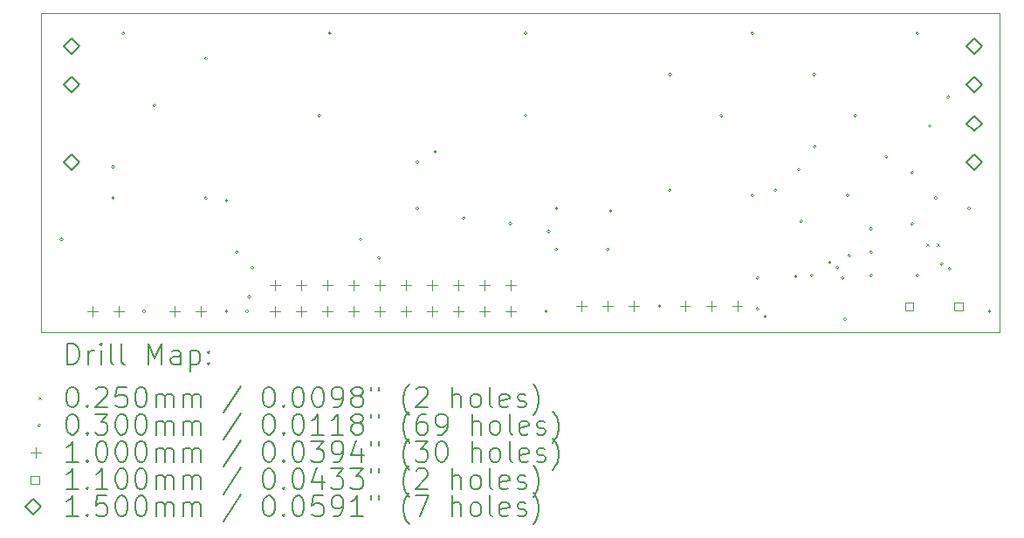
<source format=gbr>
%TF.GenerationSoftware,KiCad,Pcbnew,8.0.4*%
%TF.CreationDate,2024-09-22T20:29:33+02:00*%
%TF.ProjectId,Fader_Single,46616465-725f-4536-996e-676c652e6b69,rev?*%
%TF.SameCoordinates,Original*%
%TF.FileFunction,Drillmap*%
%TF.FilePolarity,Positive*%
%FSLAX45Y45*%
G04 Gerber Fmt 4.5, Leading zero omitted, Abs format (unit mm)*
G04 Created by KiCad (PCBNEW 8.0.4) date 2024-09-22 20:29:33*
%MOMM*%
%LPD*%
G01*
G04 APERTURE LIST*
%ADD10C,0.050000*%
%ADD11C,0.200000*%
%ADD12C,0.100000*%
%ADD13C,0.110000*%
%ADD14C,0.150000*%
G04 APERTURE END LIST*
D10*
X10400000Y-7800000D02*
X19700000Y-7800000D01*
X19700000Y-10900000D01*
X10400000Y-10900000D01*
X10400000Y-7800000D01*
D11*
D12*
X18987500Y-10042500D02*
X19012500Y-10067500D01*
X19012500Y-10042500D02*
X18987500Y-10067500D01*
X19087500Y-10042500D02*
X19112500Y-10067500D01*
X19112500Y-10042500D02*
X19087500Y-10067500D01*
X10615000Y-10000000D02*
G75*
G02*
X10585000Y-10000000I-15000J0D01*
G01*
X10585000Y-10000000D02*
G75*
G02*
X10615000Y-10000000I15000J0D01*
G01*
X11115000Y-9300000D02*
G75*
G02*
X11085000Y-9300000I-15000J0D01*
G01*
X11085000Y-9300000D02*
G75*
G02*
X11115000Y-9300000I15000J0D01*
G01*
X11115000Y-9600000D02*
G75*
G02*
X11085000Y-9600000I-15000J0D01*
G01*
X11085000Y-9600000D02*
G75*
G02*
X11115000Y-9600000I15000J0D01*
G01*
X11215000Y-8000000D02*
G75*
G02*
X11185000Y-8000000I-15000J0D01*
G01*
X11185000Y-8000000D02*
G75*
G02*
X11215000Y-8000000I15000J0D01*
G01*
X11415000Y-10700000D02*
G75*
G02*
X11385000Y-10700000I-15000J0D01*
G01*
X11385000Y-10700000D02*
G75*
G02*
X11415000Y-10700000I15000J0D01*
G01*
X11515000Y-8700000D02*
G75*
G02*
X11485000Y-8700000I-15000J0D01*
G01*
X11485000Y-8700000D02*
G75*
G02*
X11515000Y-8700000I15000J0D01*
G01*
X12015000Y-8245000D02*
G75*
G02*
X11985000Y-8245000I-15000J0D01*
G01*
X11985000Y-8245000D02*
G75*
G02*
X12015000Y-8245000I15000J0D01*
G01*
X12015000Y-9600000D02*
G75*
G02*
X11985000Y-9600000I-15000J0D01*
G01*
X11985000Y-9600000D02*
G75*
G02*
X12015000Y-9600000I15000J0D01*
G01*
X12215000Y-9625000D02*
G75*
G02*
X12185000Y-9625000I-15000J0D01*
G01*
X12185000Y-9625000D02*
G75*
G02*
X12215000Y-9625000I15000J0D01*
G01*
X12215000Y-10700000D02*
G75*
G02*
X12185000Y-10700000I-15000J0D01*
G01*
X12185000Y-10700000D02*
G75*
G02*
X12215000Y-10700000I15000J0D01*
G01*
X12315000Y-10125000D02*
G75*
G02*
X12285000Y-10125000I-15000J0D01*
G01*
X12285000Y-10125000D02*
G75*
G02*
X12315000Y-10125000I15000J0D01*
G01*
X12415000Y-10700000D02*
G75*
G02*
X12385000Y-10700000I-15000J0D01*
G01*
X12385000Y-10700000D02*
G75*
G02*
X12415000Y-10700000I15000J0D01*
G01*
X12435000Y-10560000D02*
G75*
G02*
X12405000Y-10560000I-15000J0D01*
G01*
X12405000Y-10560000D02*
G75*
G02*
X12435000Y-10560000I15000J0D01*
G01*
X12465000Y-10275000D02*
G75*
G02*
X12435000Y-10275000I-15000J0D01*
G01*
X12435000Y-10275000D02*
G75*
G02*
X12465000Y-10275000I15000J0D01*
G01*
X13115000Y-8800000D02*
G75*
G02*
X13085000Y-8800000I-15000J0D01*
G01*
X13085000Y-8800000D02*
G75*
G02*
X13115000Y-8800000I15000J0D01*
G01*
X13215000Y-8000000D02*
G75*
G02*
X13185000Y-8000000I-15000J0D01*
G01*
X13185000Y-8000000D02*
G75*
G02*
X13215000Y-8000000I15000J0D01*
G01*
X13515000Y-10000000D02*
G75*
G02*
X13485000Y-10000000I-15000J0D01*
G01*
X13485000Y-10000000D02*
G75*
G02*
X13515000Y-10000000I15000J0D01*
G01*
X13695000Y-10180000D02*
G75*
G02*
X13665000Y-10180000I-15000J0D01*
G01*
X13665000Y-10180000D02*
G75*
G02*
X13695000Y-10180000I15000J0D01*
G01*
X14065000Y-9250000D02*
G75*
G02*
X14035000Y-9250000I-15000J0D01*
G01*
X14035000Y-9250000D02*
G75*
G02*
X14065000Y-9250000I15000J0D01*
G01*
X14065000Y-9700000D02*
G75*
G02*
X14035000Y-9700000I-15000J0D01*
G01*
X14035000Y-9700000D02*
G75*
G02*
X14065000Y-9700000I15000J0D01*
G01*
X14240000Y-9150000D02*
G75*
G02*
X14210000Y-9150000I-15000J0D01*
G01*
X14210000Y-9150000D02*
G75*
G02*
X14240000Y-9150000I15000J0D01*
G01*
X14515000Y-9795000D02*
G75*
G02*
X14485000Y-9795000I-15000J0D01*
G01*
X14485000Y-9795000D02*
G75*
G02*
X14515000Y-9795000I15000J0D01*
G01*
X14968000Y-9847000D02*
G75*
G02*
X14938000Y-9847000I-15000J0D01*
G01*
X14938000Y-9847000D02*
G75*
G02*
X14968000Y-9847000I15000J0D01*
G01*
X15115000Y-8000000D02*
G75*
G02*
X15085000Y-8000000I-15000J0D01*
G01*
X15085000Y-8000000D02*
G75*
G02*
X15115000Y-8000000I15000J0D01*
G01*
X15115000Y-8800000D02*
G75*
G02*
X15085000Y-8800000I-15000J0D01*
G01*
X15085000Y-8800000D02*
G75*
G02*
X15115000Y-8800000I15000J0D01*
G01*
X15315000Y-10700000D02*
G75*
G02*
X15285000Y-10700000I-15000J0D01*
G01*
X15285000Y-10700000D02*
G75*
G02*
X15315000Y-10700000I15000J0D01*
G01*
X15340000Y-9925000D02*
G75*
G02*
X15310000Y-9925000I-15000J0D01*
G01*
X15310000Y-9925000D02*
G75*
G02*
X15340000Y-9925000I15000J0D01*
G01*
X15415000Y-9700000D02*
G75*
G02*
X15385000Y-9700000I-15000J0D01*
G01*
X15385000Y-9700000D02*
G75*
G02*
X15415000Y-9700000I15000J0D01*
G01*
X15415000Y-10100000D02*
G75*
G02*
X15385000Y-10100000I-15000J0D01*
G01*
X15385000Y-10100000D02*
G75*
G02*
X15415000Y-10100000I15000J0D01*
G01*
X15915000Y-10100000D02*
G75*
G02*
X15885000Y-10100000I-15000J0D01*
G01*
X15885000Y-10100000D02*
G75*
G02*
X15915000Y-10100000I15000J0D01*
G01*
X15940000Y-9725000D02*
G75*
G02*
X15910000Y-9725000I-15000J0D01*
G01*
X15910000Y-9725000D02*
G75*
G02*
X15940000Y-9725000I15000J0D01*
G01*
X16415000Y-10650000D02*
G75*
G02*
X16385000Y-10650000I-15000J0D01*
G01*
X16385000Y-10650000D02*
G75*
G02*
X16415000Y-10650000I15000J0D01*
G01*
X16515000Y-8400000D02*
G75*
G02*
X16485000Y-8400000I-15000J0D01*
G01*
X16485000Y-8400000D02*
G75*
G02*
X16515000Y-8400000I15000J0D01*
G01*
X16515000Y-9525000D02*
G75*
G02*
X16485000Y-9525000I-15000J0D01*
G01*
X16485000Y-9525000D02*
G75*
G02*
X16515000Y-9525000I15000J0D01*
G01*
X17015000Y-8800000D02*
G75*
G02*
X16985000Y-8800000I-15000J0D01*
G01*
X16985000Y-8800000D02*
G75*
G02*
X17015000Y-8800000I15000J0D01*
G01*
X17315000Y-8000000D02*
G75*
G02*
X17285000Y-8000000I-15000J0D01*
G01*
X17285000Y-8000000D02*
G75*
G02*
X17315000Y-8000000I15000J0D01*
G01*
X17315000Y-9575000D02*
G75*
G02*
X17285000Y-9575000I-15000J0D01*
G01*
X17285000Y-9575000D02*
G75*
G02*
X17315000Y-9575000I15000J0D01*
G01*
X17365000Y-10375000D02*
G75*
G02*
X17335000Y-10375000I-15000J0D01*
G01*
X17335000Y-10375000D02*
G75*
G02*
X17365000Y-10375000I15000J0D01*
G01*
X17365000Y-10675000D02*
G75*
G02*
X17335000Y-10675000I-15000J0D01*
G01*
X17335000Y-10675000D02*
G75*
G02*
X17365000Y-10675000I15000J0D01*
G01*
X17440000Y-10750000D02*
G75*
G02*
X17410000Y-10750000I-15000J0D01*
G01*
X17410000Y-10750000D02*
G75*
G02*
X17440000Y-10750000I15000J0D01*
G01*
X17540000Y-9525000D02*
G75*
G02*
X17510000Y-9525000I-15000J0D01*
G01*
X17510000Y-9525000D02*
G75*
G02*
X17540000Y-9525000I15000J0D01*
G01*
X17735000Y-10360000D02*
G75*
G02*
X17705000Y-10360000I-15000J0D01*
G01*
X17705000Y-10360000D02*
G75*
G02*
X17735000Y-10360000I15000J0D01*
G01*
X17765000Y-9325000D02*
G75*
G02*
X17735000Y-9325000I-15000J0D01*
G01*
X17735000Y-9325000D02*
G75*
G02*
X17765000Y-9325000I15000J0D01*
G01*
X17790000Y-9825000D02*
G75*
G02*
X17760000Y-9825000I-15000J0D01*
G01*
X17760000Y-9825000D02*
G75*
G02*
X17790000Y-9825000I15000J0D01*
G01*
X17890000Y-10350000D02*
G75*
G02*
X17860000Y-10350000I-15000J0D01*
G01*
X17860000Y-10350000D02*
G75*
G02*
X17890000Y-10350000I15000J0D01*
G01*
X17915000Y-8400000D02*
G75*
G02*
X17885000Y-8400000I-15000J0D01*
G01*
X17885000Y-8400000D02*
G75*
G02*
X17915000Y-8400000I15000J0D01*
G01*
X17920000Y-9100000D02*
G75*
G02*
X17890000Y-9100000I-15000J0D01*
G01*
X17890000Y-9100000D02*
G75*
G02*
X17920000Y-9100000I15000J0D01*
G01*
X18065000Y-10225000D02*
G75*
G02*
X18035000Y-10225000I-15000J0D01*
G01*
X18035000Y-10225000D02*
G75*
G02*
X18065000Y-10225000I15000J0D01*
G01*
X18140000Y-10275000D02*
G75*
G02*
X18110000Y-10275000I-15000J0D01*
G01*
X18110000Y-10275000D02*
G75*
G02*
X18140000Y-10275000I15000J0D01*
G01*
X18190000Y-10375000D02*
G75*
G02*
X18160000Y-10375000I-15000J0D01*
G01*
X18160000Y-10375000D02*
G75*
G02*
X18190000Y-10375000I15000J0D01*
G01*
X18215000Y-10775000D02*
G75*
G02*
X18185000Y-10775000I-15000J0D01*
G01*
X18185000Y-10775000D02*
G75*
G02*
X18215000Y-10775000I15000J0D01*
G01*
X18240000Y-9575000D02*
G75*
G02*
X18210000Y-9575000I-15000J0D01*
G01*
X18210000Y-9575000D02*
G75*
G02*
X18240000Y-9575000I15000J0D01*
G01*
X18255000Y-10160000D02*
G75*
G02*
X18225000Y-10160000I-15000J0D01*
G01*
X18225000Y-10160000D02*
G75*
G02*
X18255000Y-10160000I15000J0D01*
G01*
X18315000Y-8800000D02*
G75*
G02*
X18285000Y-8800000I-15000J0D01*
G01*
X18285000Y-8800000D02*
G75*
G02*
X18315000Y-8800000I15000J0D01*
G01*
X18465000Y-9900000D02*
G75*
G02*
X18435000Y-9900000I-15000J0D01*
G01*
X18435000Y-9900000D02*
G75*
G02*
X18465000Y-9900000I15000J0D01*
G01*
X18465000Y-10125000D02*
G75*
G02*
X18435000Y-10125000I-15000J0D01*
G01*
X18435000Y-10125000D02*
G75*
G02*
X18465000Y-10125000I15000J0D01*
G01*
X18465000Y-10350000D02*
G75*
G02*
X18435000Y-10350000I-15000J0D01*
G01*
X18435000Y-10350000D02*
G75*
G02*
X18465000Y-10350000I15000J0D01*
G01*
X18615000Y-9200000D02*
G75*
G02*
X18585000Y-9200000I-15000J0D01*
G01*
X18585000Y-9200000D02*
G75*
G02*
X18615000Y-9200000I15000J0D01*
G01*
X18865000Y-9350000D02*
G75*
G02*
X18835000Y-9350000I-15000J0D01*
G01*
X18835000Y-9350000D02*
G75*
G02*
X18865000Y-9350000I15000J0D01*
G01*
X18865000Y-9850000D02*
G75*
G02*
X18835000Y-9850000I-15000J0D01*
G01*
X18835000Y-9850000D02*
G75*
G02*
X18865000Y-9850000I15000J0D01*
G01*
X18915000Y-8000000D02*
G75*
G02*
X18885000Y-8000000I-15000J0D01*
G01*
X18885000Y-8000000D02*
G75*
G02*
X18915000Y-8000000I15000J0D01*
G01*
X18915000Y-10350000D02*
G75*
G02*
X18885000Y-10350000I-15000J0D01*
G01*
X18885000Y-10350000D02*
G75*
G02*
X18915000Y-10350000I15000J0D01*
G01*
X19035000Y-8900000D02*
G75*
G02*
X19005000Y-8900000I-15000J0D01*
G01*
X19005000Y-8900000D02*
G75*
G02*
X19035000Y-8900000I15000J0D01*
G01*
X19095000Y-9600000D02*
G75*
G02*
X19065000Y-9600000I-15000J0D01*
G01*
X19065000Y-9600000D02*
G75*
G02*
X19095000Y-9600000I15000J0D01*
G01*
X19150000Y-10240000D02*
G75*
G02*
X19120000Y-10240000I-15000J0D01*
G01*
X19120000Y-10240000D02*
G75*
G02*
X19150000Y-10240000I15000J0D01*
G01*
X19215000Y-8620000D02*
G75*
G02*
X19185000Y-8620000I-15000J0D01*
G01*
X19185000Y-8620000D02*
G75*
G02*
X19215000Y-8620000I15000J0D01*
G01*
X19227500Y-10287500D02*
G75*
G02*
X19197500Y-10287500I-15000J0D01*
G01*
X19197500Y-10287500D02*
G75*
G02*
X19227500Y-10287500I15000J0D01*
G01*
X19415000Y-9700000D02*
G75*
G02*
X19385000Y-9700000I-15000J0D01*
G01*
X19385000Y-9700000D02*
G75*
G02*
X19415000Y-9700000I15000J0D01*
G01*
X19615000Y-10700000D02*
G75*
G02*
X19585000Y-10700000I-15000J0D01*
G01*
X19585000Y-10700000D02*
G75*
G02*
X19615000Y-10700000I15000J0D01*
G01*
X10900000Y-10650000D02*
X10900000Y-10750000D01*
X10850000Y-10700000D02*
X10950000Y-10700000D01*
X11154000Y-10650000D02*
X11154000Y-10750000D01*
X11104000Y-10700000D02*
X11204000Y-10700000D01*
X11700000Y-10650000D02*
X11700000Y-10750000D01*
X11650000Y-10700000D02*
X11750000Y-10700000D01*
X11954000Y-10650000D02*
X11954000Y-10750000D01*
X11904000Y-10700000D02*
X12004000Y-10700000D01*
X12667000Y-10396000D02*
X12667000Y-10496000D01*
X12617000Y-10446000D02*
X12717000Y-10446000D01*
X12667000Y-10650000D02*
X12667000Y-10750000D01*
X12617000Y-10700000D02*
X12717000Y-10700000D01*
X12921000Y-10396000D02*
X12921000Y-10496000D01*
X12871000Y-10446000D02*
X12971000Y-10446000D01*
X12921000Y-10650000D02*
X12921000Y-10750000D01*
X12871000Y-10700000D02*
X12971000Y-10700000D01*
X13175000Y-10396000D02*
X13175000Y-10496000D01*
X13125000Y-10446000D02*
X13225000Y-10446000D01*
X13175000Y-10650000D02*
X13175000Y-10750000D01*
X13125000Y-10700000D02*
X13225000Y-10700000D01*
X13429000Y-10396000D02*
X13429000Y-10496000D01*
X13379000Y-10446000D02*
X13479000Y-10446000D01*
X13429000Y-10650000D02*
X13429000Y-10750000D01*
X13379000Y-10700000D02*
X13479000Y-10700000D01*
X13683000Y-10396000D02*
X13683000Y-10496000D01*
X13633000Y-10446000D02*
X13733000Y-10446000D01*
X13683000Y-10650000D02*
X13683000Y-10750000D01*
X13633000Y-10700000D02*
X13733000Y-10700000D01*
X13937000Y-10396000D02*
X13937000Y-10496000D01*
X13887000Y-10446000D02*
X13987000Y-10446000D01*
X13937000Y-10650000D02*
X13937000Y-10750000D01*
X13887000Y-10700000D02*
X13987000Y-10700000D01*
X14191000Y-10396000D02*
X14191000Y-10496000D01*
X14141000Y-10446000D02*
X14241000Y-10446000D01*
X14191000Y-10650000D02*
X14191000Y-10750000D01*
X14141000Y-10700000D02*
X14241000Y-10700000D01*
X14445000Y-10396000D02*
X14445000Y-10496000D01*
X14395000Y-10446000D02*
X14495000Y-10446000D01*
X14445000Y-10650000D02*
X14445000Y-10750000D01*
X14395000Y-10700000D02*
X14495000Y-10700000D01*
X14699000Y-10396000D02*
X14699000Y-10496000D01*
X14649000Y-10446000D02*
X14749000Y-10446000D01*
X14699000Y-10650000D02*
X14699000Y-10750000D01*
X14649000Y-10700000D02*
X14749000Y-10700000D01*
X14953000Y-10396000D02*
X14953000Y-10496000D01*
X14903000Y-10446000D02*
X15003000Y-10446000D01*
X14953000Y-10650000D02*
X14953000Y-10750000D01*
X14903000Y-10700000D02*
X15003000Y-10700000D01*
X15644500Y-10600000D02*
X15644500Y-10700000D01*
X15594500Y-10650000D02*
X15694500Y-10650000D01*
X15898500Y-10600000D02*
X15898500Y-10700000D01*
X15848500Y-10650000D02*
X15948500Y-10650000D01*
X16152500Y-10600000D02*
X16152500Y-10700000D01*
X16102500Y-10650000D02*
X16202500Y-10650000D01*
X16646000Y-10600000D02*
X16646000Y-10700000D01*
X16596000Y-10650000D02*
X16696000Y-10650000D01*
X16900000Y-10600000D02*
X16900000Y-10700000D01*
X16850000Y-10650000D02*
X16950000Y-10650000D01*
X17154000Y-10600000D02*
X17154000Y-10700000D01*
X17104000Y-10650000D02*
X17204000Y-10650000D01*
D13*
X18858891Y-10688891D02*
X18858891Y-10611109D01*
X18781109Y-10611109D01*
X18781109Y-10688891D01*
X18858891Y-10688891D01*
X19338891Y-10688891D02*
X19338891Y-10611109D01*
X19261109Y-10611109D01*
X19261109Y-10688891D01*
X19338891Y-10688891D01*
D14*
X10700000Y-8200000D02*
X10775000Y-8125000D01*
X10700000Y-8050000D01*
X10625000Y-8125000D01*
X10700000Y-8200000D01*
X10700000Y-8575000D02*
X10775000Y-8500000D01*
X10700000Y-8425000D01*
X10625000Y-8500000D01*
X10700000Y-8575000D01*
X10700000Y-9325000D02*
X10775000Y-9250000D01*
X10700000Y-9175000D01*
X10625000Y-9250000D01*
X10700000Y-9325000D01*
X19450000Y-8200000D02*
X19525000Y-8125000D01*
X19450000Y-8050000D01*
X19375000Y-8125000D01*
X19450000Y-8200000D01*
X19450000Y-8575000D02*
X19525000Y-8500000D01*
X19450000Y-8425000D01*
X19375000Y-8500000D01*
X19450000Y-8575000D01*
X19450000Y-8950000D02*
X19525000Y-8875000D01*
X19450000Y-8800000D01*
X19375000Y-8875000D01*
X19450000Y-8950000D01*
X19450000Y-9325000D02*
X19525000Y-9250000D01*
X19450000Y-9175000D01*
X19375000Y-9250000D01*
X19450000Y-9325000D01*
D11*
X10658277Y-11213984D02*
X10658277Y-11013984D01*
X10658277Y-11013984D02*
X10705896Y-11013984D01*
X10705896Y-11013984D02*
X10734467Y-11023508D01*
X10734467Y-11023508D02*
X10753515Y-11042555D01*
X10753515Y-11042555D02*
X10763039Y-11061603D01*
X10763039Y-11061603D02*
X10772563Y-11099698D01*
X10772563Y-11099698D02*
X10772563Y-11128270D01*
X10772563Y-11128270D02*
X10763039Y-11166365D01*
X10763039Y-11166365D02*
X10753515Y-11185412D01*
X10753515Y-11185412D02*
X10734467Y-11204460D01*
X10734467Y-11204460D02*
X10705896Y-11213984D01*
X10705896Y-11213984D02*
X10658277Y-11213984D01*
X10858277Y-11213984D02*
X10858277Y-11080650D01*
X10858277Y-11118746D02*
X10867801Y-11099698D01*
X10867801Y-11099698D02*
X10877324Y-11090174D01*
X10877324Y-11090174D02*
X10896372Y-11080650D01*
X10896372Y-11080650D02*
X10915420Y-11080650D01*
X10982086Y-11213984D02*
X10982086Y-11080650D01*
X10982086Y-11013984D02*
X10972563Y-11023508D01*
X10972563Y-11023508D02*
X10982086Y-11033031D01*
X10982086Y-11033031D02*
X10991610Y-11023508D01*
X10991610Y-11023508D02*
X10982086Y-11013984D01*
X10982086Y-11013984D02*
X10982086Y-11033031D01*
X11105896Y-11213984D02*
X11086848Y-11204460D01*
X11086848Y-11204460D02*
X11077324Y-11185412D01*
X11077324Y-11185412D02*
X11077324Y-11013984D01*
X11210658Y-11213984D02*
X11191610Y-11204460D01*
X11191610Y-11204460D02*
X11182086Y-11185412D01*
X11182086Y-11185412D02*
X11182086Y-11013984D01*
X11439229Y-11213984D02*
X11439229Y-11013984D01*
X11439229Y-11013984D02*
X11505896Y-11156841D01*
X11505896Y-11156841D02*
X11572562Y-11013984D01*
X11572562Y-11013984D02*
X11572562Y-11213984D01*
X11753515Y-11213984D02*
X11753515Y-11109222D01*
X11753515Y-11109222D02*
X11743991Y-11090174D01*
X11743991Y-11090174D02*
X11724943Y-11080650D01*
X11724943Y-11080650D02*
X11686848Y-11080650D01*
X11686848Y-11080650D02*
X11667801Y-11090174D01*
X11753515Y-11204460D02*
X11734467Y-11213984D01*
X11734467Y-11213984D02*
X11686848Y-11213984D01*
X11686848Y-11213984D02*
X11667801Y-11204460D01*
X11667801Y-11204460D02*
X11658277Y-11185412D01*
X11658277Y-11185412D02*
X11658277Y-11166365D01*
X11658277Y-11166365D02*
X11667801Y-11147317D01*
X11667801Y-11147317D02*
X11686848Y-11137793D01*
X11686848Y-11137793D02*
X11734467Y-11137793D01*
X11734467Y-11137793D02*
X11753515Y-11128270D01*
X11848753Y-11080650D02*
X11848753Y-11280650D01*
X11848753Y-11090174D02*
X11867801Y-11080650D01*
X11867801Y-11080650D02*
X11905896Y-11080650D01*
X11905896Y-11080650D02*
X11924943Y-11090174D01*
X11924943Y-11090174D02*
X11934467Y-11099698D01*
X11934467Y-11099698D02*
X11943991Y-11118746D01*
X11943991Y-11118746D02*
X11943991Y-11175889D01*
X11943991Y-11175889D02*
X11934467Y-11194936D01*
X11934467Y-11194936D02*
X11924943Y-11204460D01*
X11924943Y-11204460D02*
X11905896Y-11213984D01*
X11905896Y-11213984D02*
X11867801Y-11213984D01*
X11867801Y-11213984D02*
X11848753Y-11204460D01*
X12029705Y-11194936D02*
X12039229Y-11204460D01*
X12039229Y-11204460D02*
X12029705Y-11213984D01*
X12029705Y-11213984D02*
X12020182Y-11204460D01*
X12020182Y-11204460D02*
X12029705Y-11194936D01*
X12029705Y-11194936D02*
X12029705Y-11213984D01*
X12029705Y-11090174D02*
X12039229Y-11099698D01*
X12039229Y-11099698D02*
X12029705Y-11109222D01*
X12029705Y-11109222D02*
X12020182Y-11099698D01*
X12020182Y-11099698D02*
X12029705Y-11090174D01*
X12029705Y-11090174D02*
X12029705Y-11109222D01*
D12*
X10372500Y-11530000D02*
X10397500Y-11555000D01*
X10397500Y-11530000D02*
X10372500Y-11555000D01*
D11*
X10696372Y-11433984D02*
X10715420Y-11433984D01*
X10715420Y-11433984D02*
X10734467Y-11443508D01*
X10734467Y-11443508D02*
X10743991Y-11453031D01*
X10743991Y-11453031D02*
X10753515Y-11472079D01*
X10753515Y-11472079D02*
X10763039Y-11510174D01*
X10763039Y-11510174D02*
X10763039Y-11557793D01*
X10763039Y-11557793D02*
X10753515Y-11595888D01*
X10753515Y-11595888D02*
X10743991Y-11614936D01*
X10743991Y-11614936D02*
X10734467Y-11624460D01*
X10734467Y-11624460D02*
X10715420Y-11633984D01*
X10715420Y-11633984D02*
X10696372Y-11633984D01*
X10696372Y-11633984D02*
X10677324Y-11624460D01*
X10677324Y-11624460D02*
X10667801Y-11614936D01*
X10667801Y-11614936D02*
X10658277Y-11595888D01*
X10658277Y-11595888D02*
X10648753Y-11557793D01*
X10648753Y-11557793D02*
X10648753Y-11510174D01*
X10648753Y-11510174D02*
X10658277Y-11472079D01*
X10658277Y-11472079D02*
X10667801Y-11453031D01*
X10667801Y-11453031D02*
X10677324Y-11443508D01*
X10677324Y-11443508D02*
X10696372Y-11433984D01*
X10848753Y-11614936D02*
X10858277Y-11624460D01*
X10858277Y-11624460D02*
X10848753Y-11633984D01*
X10848753Y-11633984D02*
X10839229Y-11624460D01*
X10839229Y-11624460D02*
X10848753Y-11614936D01*
X10848753Y-11614936D02*
X10848753Y-11633984D01*
X10934467Y-11453031D02*
X10943991Y-11443508D01*
X10943991Y-11443508D02*
X10963039Y-11433984D01*
X10963039Y-11433984D02*
X11010658Y-11433984D01*
X11010658Y-11433984D02*
X11029705Y-11443508D01*
X11029705Y-11443508D02*
X11039229Y-11453031D01*
X11039229Y-11453031D02*
X11048753Y-11472079D01*
X11048753Y-11472079D02*
X11048753Y-11491127D01*
X11048753Y-11491127D02*
X11039229Y-11519698D01*
X11039229Y-11519698D02*
X10924944Y-11633984D01*
X10924944Y-11633984D02*
X11048753Y-11633984D01*
X11229705Y-11433984D02*
X11134467Y-11433984D01*
X11134467Y-11433984D02*
X11124944Y-11529222D01*
X11124944Y-11529222D02*
X11134467Y-11519698D01*
X11134467Y-11519698D02*
X11153515Y-11510174D01*
X11153515Y-11510174D02*
X11201134Y-11510174D01*
X11201134Y-11510174D02*
X11220182Y-11519698D01*
X11220182Y-11519698D02*
X11229705Y-11529222D01*
X11229705Y-11529222D02*
X11239229Y-11548269D01*
X11239229Y-11548269D02*
X11239229Y-11595888D01*
X11239229Y-11595888D02*
X11229705Y-11614936D01*
X11229705Y-11614936D02*
X11220182Y-11624460D01*
X11220182Y-11624460D02*
X11201134Y-11633984D01*
X11201134Y-11633984D02*
X11153515Y-11633984D01*
X11153515Y-11633984D02*
X11134467Y-11624460D01*
X11134467Y-11624460D02*
X11124944Y-11614936D01*
X11363039Y-11433984D02*
X11382086Y-11433984D01*
X11382086Y-11433984D02*
X11401134Y-11443508D01*
X11401134Y-11443508D02*
X11410658Y-11453031D01*
X11410658Y-11453031D02*
X11420182Y-11472079D01*
X11420182Y-11472079D02*
X11429705Y-11510174D01*
X11429705Y-11510174D02*
X11429705Y-11557793D01*
X11429705Y-11557793D02*
X11420182Y-11595888D01*
X11420182Y-11595888D02*
X11410658Y-11614936D01*
X11410658Y-11614936D02*
X11401134Y-11624460D01*
X11401134Y-11624460D02*
X11382086Y-11633984D01*
X11382086Y-11633984D02*
X11363039Y-11633984D01*
X11363039Y-11633984D02*
X11343991Y-11624460D01*
X11343991Y-11624460D02*
X11334467Y-11614936D01*
X11334467Y-11614936D02*
X11324943Y-11595888D01*
X11324943Y-11595888D02*
X11315420Y-11557793D01*
X11315420Y-11557793D02*
X11315420Y-11510174D01*
X11315420Y-11510174D02*
X11324943Y-11472079D01*
X11324943Y-11472079D02*
X11334467Y-11453031D01*
X11334467Y-11453031D02*
X11343991Y-11443508D01*
X11343991Y-11443508D02*
X11363039Y-11433984D01*
X11515420Y-11633984D02*
X11515420Y-11500650D01*
X11515420Y-11519698D02*
X11524943Y-11510174D01*
X11524943Y-11510174D02*
X11543991Y-11500650D01*
X11543991Y-11500650D02*
X11572563Y-11500650D01*
X11572563Y-11500650D02*
X11591610Y-11510174D01*
X11591610Y-11510174D02*
X11601134Y-11529222D01*
X11601134Y-11529222D02*
X11601134Y-11633984D01*
X11601134Y-11529222D02*
X11610658Y-11510174D01*
X11610658Y-11510174D02*
X11629705Y-11500650D01*
X11629705Y-11500650D02*
X11658277Y-11500650D01*
X11658277Y-11500650D02*
X11677324Y-11510174D01*
X11677324Y-11510174D02*
X11686848Y-11529222D01*
X11686848Y-11529222D02*
X11686848Y-11633984D01*
X11782086Y-11633984D02*
X11782086Y-11500650D01*
X11782086Y-11519698D02*
X11791610Y-11510174D01*
X11791610Y-11510174D02*
X11810658Y-11500650D01*
X11810658Y-11500650D02*
X11839229Y-11500650D01*
X11839229Y-11500650D02*
X11858277Y-11510174D01*
X11858277Y-11510174D02*
X11867801Y-11529222D01*
X11867801Y-11529222D02*
X11867801Y-11633984D01*
X11867801Y-11529222D02*
X11877324Y-11510174D01*
X11877324Y-11510174D02*
X11896372Y-11500650D01*
X11896372Y-11500650D02*
X11924943Y-11500650D01*
X11924943Y-11500650D02*
X11943991Y-11510174D01*
X11943991Y-11510174D02*
X11953515Y-11529222D01*
X11953515Y-11529222D02*
X11953515Y-11633984D01*
X12343991Y-11424460D02*
X12172563Y-11681603D01*
X12601134Y-11433984D02*
X12620182Y-11433984D01*
X12620182Y-11433984D02*
X12639229Y-11443508D01*
X12639229Y-11443508D02*
X12648753Y-11453031D01*
X12648753Y-11453031D02*
X12658277Y-11472079D01*
X12658277Y-11472079D02*
X12667801Y-11510174D01*
X12667801Y-11510174D02*
X12667801Y-11557793D01*
X12667801Y-11557793D02*
X12658277Y-11595888D01*
X12658277Y-11595888D02*
X12648753Y-11614936D01*
X12648753Y-11614936D02*
X12639229Y-11624460D01*
X12639229Y-11624460D02*
X12620182Y-11633984D01*
X12620182Y-11633984D02*
X12601134Y-11633984D01*
X12601134Y-11633984D02*
X12582086Y-11624460D01*
X12582086Y-11624460D02*
X12572563Y-11614936D01*
X12572563Y-11614936D02*
X12563039Y-11595888D01*
X12563039Y-11595888D02*
X12553515Y-11557793D01*
X12553515Y-11557793D02*
X12553515Y-11510174D01*
X12553515Y-11510174D02*
X12563039Y-11472079D01*
X12563039Y-11472079D02*
X12572563Y-11453031D01*
X12572563Y-11453031D02*
X12582086Y-11443508D01*
X12582086Y-11443508D02*
X12601134Y-11433984D01*
X12753515Y-11614936D02*
X12763039Y-11624460D01*
X12763039Y-11624460D02*
X12753515Y-11633984D01*
X12753515Y-11633984D02*
X12743991Y-11624460D01*
X12743991Y-11624460D02*
X12753515Y-11614936D01*
X12753515Y-11614936D02*
X12753515Y-11633984D01*
X12886848Y-11433984D02*
X12905896Y-11433984D01*
X12905896Y-11433984D02*
X12924944Y-11443508D01*
X12924944Y-11443508D02*
X12934467Y-11453031D01*
X12934467Y-11453031D02*
X12943991Y-11472079D01*
X12943991Y-11472079D02*
X12953515Y-11510174D01*
X12953515Y-11510174D02*
X12953515Y-11557793D01*
X12953515Y-11557793D02*
X12943991Y-11595888D01*
X12943991Y-11595888D02*
X12934467Y-11614936D01*
X12934467Y-11614936D02*
X12924944Y-11624460D01*
X12924944Y-11624460D02*
X12905896Y-11633984D01*
X12905896Y-11633984D02*
X12886848Y-11633984D01*
X12886848Y-11633984D02*
X12867801Y-11624460D01*
X12867801Y-11624460D02*
X12858277Y-11614936D01*
X12858277Y-11614936D02*
X12848753Y-11595888D01*
X12848753Y-11595888D02*
X12839229Y-11557793D01*
X12839229Y-11557793D02*
X12839229Y-11510174D01*
X12839229Y-11510174D02*
X12848753Y-11472079D01*
X12848753Y-11472079D02*
X12858277Y-11453031D01*
X12858277Y-11453031D02*
X12867801Y-11443508D01*
X12867801Y-11443508D02*
X12886848Y-11433984D01*
X13077325Y-11433984D02*
X13096372Y-11433984D01*
X13096372Y-11433984D02*
X13115420Y-11443508D01*
X13115420Y-11443508D02*
X13124944Y-11453031D01*
X13124944Y-11453031D02*
X13134467Y-11472079D01*
X13134467Y-11472079D02*
X13143991Y-11510174D01*
X13143991Y-11510174D02*
X13143991Y-11557793D01*
X13143991Y-11557793D02*
X13134467Y-11595888D01*
X13134467Y-11595888D02*
X13124944Y-11614936D01*
X13124944Y-11614936D02*
X13115420Y-11624460D01*
X13115420Y-11624460D02*
X13096372Y-11633984D01*
X13096372Y-11633984D02*
X13077325Y-11633984D01*
X13077325Y-11633984D02*
X13058277Y-11624460D01*
X13058277Y-11624460D02*
X13048753Y-11614936D01*
X13048753Y-11614936D02*
X13039229Y-11595888D01*
X13039229Y-11595888D02*
X13029706Y-11557793D01*
X13029706Y-11557793D02*
X13029706Y-11510174D01*
X13029706Y-11510174D02*
X13039229Y-11472079D01*
X13039229Y-11472079D02*
X13048753Y-11453031D01*
X13048753Y-11453031D02*
X13058277Y-11443508D01*
X13058277Y-11443508D02*
X13077325Y-11433984D01*
X13239229Y-11633984D02*
X13277325Y-11633984D01*
X13277325Y-11633984D02*
X13296372Y-11624460D01*
X13296372Y-11624460D02*
X13305896Y-11614936D01*
X13305896Y-11614936D02*
X13324944Y-11586365D01*
X13324944Y-11586365D02*
X13334467Y-11548269D01*
X13334467Y-11548269D02*
X13334467Y-11472079D01*
X13334467Y-11472079D02*
X13324944Y-11453031D01*
X13324944Y-11453031D02*
X13315420Y-11443508D01*
X13315420Y-11443508D02*
X13296372Y-11433984D01*
X13296372Y-11433984D02*
X13258277Y-11433984D01*
X13258277Y-11433984D02*
X13239229Y-11443508D01*
X13239229Y-11443508D02*
X13229706Y-11453031D01*
X13229706Y-11453031D02*
X13220182Y-11472079D01*
X13220182Y-11472079D02*
X13220182Y-11519698D01*
X13220182Y-11519698D02*
X13229706Y-11538746D01*
X13229706Y-11538746D02*
X13239229Y-11548269D01*
X13239229Y-11548269D02*
X13258277Y-11557793D01*
X13258277Y-11557793D02*
X13296372Y-11557793D01*
X13296372Y-11557793D02*
X13315420Y-11548269D01*
X13315420Y-11548269D02*
X13324944Y-11538746D01*
X13324944Y-11538746D02*
X13334467Y-11519698D01*
X13448753Y-11519698D02*
X13429706Y-11510174D01*
X13429706Y-11510174D02*
X13420182Y-11500650D01*
X13420182Y-11500650D02*
X13410658Y-11481603D01*
X13410658Y-11481603D02*
X13410658Y-11472079D01*
X13410658Y-11472079D02*
X13420182Y-11453031D01*
X13420182Y-11453031D02*
X13429706Y-11443508D01*
X13429706Y-11443508D02*
X13448753Y-11433984D01*
X13448753Y-11433984D02*
X13486848Y-11433984D01*
X13486848Y-11433984D02*
X13505896Y-11443508D01*
X13505896Y-11443508D02*
X13515420Y-11453031D01*
X13515420Y-11453031D02*
X13524944Y-11472079D01*
X13524944Y-11472079D02*
X13524944Y-11481603D01*
X13524944Y-11481603D02*
X13515420Y-11500650D01*
X13515420Y-11500650D02*
X13505896Y-11510174D01*
X13505896Y-11510174D02*
X13486848Y-11519698D01*
X13486848Y-11519698D02*
X13448753Y-11519698D01*
X13448753Y-11519698D02*
X13429706Y-11529222D01*
X13429706Y-11529222D02*
X13420182Y-11538746D01*
X13420182Y-11538746D02*
X13410658Y-11557793D01*
X13410658Y-11557793D02*
X13410658Y-11595888D01*
X13410658Y-11595888D02*
X13420182Y-11614936D01*
X13420182Y-11614936D02*
X13429706Y-11624460D01*
X13429706Y-11624460D02*
X13448753Y-11633984D01*
X13448753Y-11633984D02*
X13486848Y-11633984D01*
X13486848Y-11633984D02*
X13505896Y-11624460D01*
X13505896Y-11624460D02*
X13515420Y-11614936D01*
X13515420Y-11614936D02*
X13524944Y-11595888D01*
X13524944Y-11595888D02*
X13524944Y-11557793D01*
X13524944Y-11557793D02*
X13515420Y-11538746D01*
X13515420Y-11538746D02*
X13505896Y-11529222D01*
X13505896Y-11529222D02*
X13486848Y-11519698D01*
X13601134Y-11433984D02*
X13601134Y-11472079D01*
X13677325Y-11433984D02*
X13677325Y-11472079D01*
X13972563Y-11710174D02*
X13963039Y-11700650D01*
X13963039Y-11700650D02*
X13943991Y-11672079D01*
X13943991Y-11672079D02*
X13934468Y-11653031D01*
X13934468Y-11653031D02*
X13924944Y-11624460D01*
X13924944Y-11624460D02*
X13915420Y-11576841D01*
X13915420Y-11576841D02*
X13915420Y-11538746D01*
X13915420Y-11538746D02*
X13924944Y-11491127D01*
X13924944Y-11491127D02*
X13934468Y-11462555D01*
X13934468Y-11462555D02*
X13943991Y-11443508D01*
X13943991Y-11443508D02*
X13963039Y-11414936D01*
X13963039Y-11414936D02*
X13972563Y-11405412D01*
X14039229Y-11453031D02*
X14048753Y-11443508D01*
X14048753Y-11443508D02*
X14067801Y-11433984D01*
X14067801Y-11433984D02*
X14115420Y-11433984D01*
X14115420Y-11433984D02*
X14134468Y-11443508D01*
X14134468Y-11443508D02*
X14143991Y-11453031D01*
X14143991Y-11453031D02*
X14153515Y-11472079D01*
X14153515Y-11472079D02*
X14153515Y-11491127D01*
X14153515Y-11491127D02*
X14143991Y-11519698D01*
X14143991Y-11519698D02*
X14029706Y-11633984D01*
X14029706Y-11633984D02*
X14153515Y-11633984D01*
X14391610Y-11633984D02*
X14391610Y-11433984D01*
X14477325Y-11633984D02*
X14477325Y-11529222D01*
X14477325Y-11529222D02*
X14467801Y-11510174D01*
X14467801Y-11510174D02*
X14448753Y-11500650D01*
X14448753Y-11500650D02*
X14420182Y-11500650D01*
X14420182Y-11500650D02*
X14401134Y-11510174D01*
X14401134Y-11510174D02*
X14391610Y-11519698D01*
X14601134Y-11633984D02*
X14582087Y-11624460D01*
X14582087Y-11624460D02*
X14572563Y-11614936D01*
X14572563Y-11614936D02*
X14563039Y-11595888D01*
X14563039Y-11595888D02*
X14563039Y-11538746D01*
X14563039Y-11538746D02*
X14572563Y-11519698D01*
X14572563Y-11519698D02*
X14582087Y-11510174D01*
X14582087Y-11510174D02*
X14601134Y-11500650D01*
X14601134Y-11500650D02*
X14629706Y-11500650D01*
X14629706Y-11500650D02*
X14648753Y-11510174D01*
X14648753Y-11510174D02*
X14658277Y-11519698D01*
X14658277Y-11519698D02*
X14667801Y-11538746D01*
X14667801Y-11538746D02*
X14667801Y-11595888D01*
X14667801Y-11595888D02*
X14658277Y-11614936D01*
X14658277Y-11614936D02*
X14648753Y-11624460D01*
X14648753Y-11624460D02*
X14629706Y-11633984D01*
X14629706Y-11633984D02*
X14601134Y-11633984D01*
X14782087Y-11633984D02*
X14763039Y-11624460D01*
X14763039Y-11624460D02*
X14753515Y-11605412D01*
X14753515Y-11605412D02*
X14753515Y-11433984D01*
X14934468Y-11624460D02*
X14915420Y-11633984D01*
X14915420Y-11633984D02*
X14877325Y-11633984D01*
X14877325Y-11633984D02*
X14858277Y-11624460D01*
X14858277Y-11624460D02*
X14848753Y-11605412D01*
X14848753Y-11605412D02*
X14848753Y-11529222D01*
X14848753Y-11529222D02*
X14858277Y-11510174D01*
X14858277Y-11510174D02*
X14877325Y-11500650D01*
X14877325Y-11500650D02*
X14915420Y-11500650D01*
X14915420Y-11500650D02*
X14934468Y-11510174D01*
X14934468Y-11510174D02*
X14943991Y-11529222D01*
X14943991Y-11529222D02*
X14943991Y-11548269D01*
X14943991Y-11548269D02*
X14848753Y-11567317D01*
X15020182Y-11624460D02*
X15039230Y-11633984D01*
X15039230Y-11633984D02*
X15077325Y-11633984D01*
X15077325Y-11633984D02*
X15096372Y-11624460D01*
X15096372Y-11624460D02*
X15105896Y-11605412D01*
X15105896Y-11605412D02*
X15105896Y-11595888D01*
X15105896Y-11595888D02*
X15096372Y-11576841D01*
X15096372Y-11576841D02*
X15077325Y-11567317D01*
X15077325Y-11567317D02*
X15048753Y-11567317D01*
X15048753Y-11567317D02*
X15029706Y-11557793D01*
X15029706Y-11557793D02*
X15020182Y-11538746D01*
X15020182Y-11538746D02*
X15020182Y-11529222D01*
X15020182Y-11529222D02*
X15029706Y-11510174D01*
X15029706Y-11510174D02*
X15048753Y-11500650D01*
X15048753Y-11500650D02*
X15077325Y-11500650D01*
X15077325Y-11500650D02*
X15096372Y-11510174D01*
X15172563Y-11710174D02*
X15182087Y-11700650D01*
X15182087Y-11700650D02*
X15201134Y-11672079D01*
X15201134Y-11672079D02*
X15210658Y-11653031D01*
X15210658Y-11653031D02*
X15220182Y-11624460D01*
X15220182Y-11624460D02*
X15229706Y-11576841D01*
X15229706Y-11576841D02*
X15229706Y-11538746D01*
X15229706Y-11538746D02*
X15220182Y-11491127D01*
X15220182Y-11491127D02*
X15210658Y-11462555D01*
X15210658Y-11462555D02*
X15201134Y-11443508D01*
X15201134Y-11443508D02*
X15182087Y-11414936D01*
X15182087Y-11414936D02*
X15172563Y-11405412D01*
D12*
X10397500Y-11806500D02*
G75*
G02*
X10367500Y-11806500I-15000J0D01*
G01*
X10367500Y-11806500D02*
G75*
G02*
X10397500Y-11806500I15000J0D01*
G01*
D11*
X10696372Y-11697984D02*
X10715420Y-11697984D01*
X10715420Y-11697984D02*
X10734467Y-11707508D01*
X10734467Y-11707508D02*
X10743991Y-11717031D01*
X10743991Y-11717031D02*
X10753515Y-11736079D01*
X10753515Y-11736079D02*
X10763039Y-11774174D01*
X10763039Y-11774174D02*
X10763039Y-11821793D01*
X10763039Y-11821793D02*
X10753515Y-11859888D01*
X10753515Y-11859888D02*
X10743991Y-11878936D01*
X10743991Y-11878936D02*
X10734467Y-11888460D01*
X10734467Y-11888460D02*
X10715420Y-11897984D01*
X10715420Y-11897984D02*
X10696372Y-11897984D01*
X10696372Y-11897984D02*
X10677324Y-11888460D01*
X10677324Y-11888460D02*
X10667801Y-11878936D01*
X10667801Y-11878936D02*
X10658277Y-11859888D01*
X10658277Y-11859888D02*
X10648753Y-11821793D01*
X10648753Y-11821793D02*
X10648753Y-11774174D01*
X10648753Y-11774174D02*
X10658277Y-11736079D01*
X10658277Y-11736079D02*
X10667801Y-11717031D01*
X10667801Y-11717031D02*
X10677324Y-11707508D01*
X10677324Y-11707508D02*
X10696372Y-11697984D01*
X10848753Y-11878936D02*
X10858277Y-11888460D01*
X10858277Y-11888460D02*
X10848753Y-11897984D01*
X10848753Y-11897984D02*
X10839229Y-11888460D01*
X10839229Y-11888460D02*
X10848753Y-11878936D01*
X10848753Y-11878936D02*
X10848753Y-11897984D01*
X10924944Y-11697984D02*
X11048753Y-11697984D01*
X11048753Y-11697984D02*
X10982086Y-11774174D01*
X10982086Y-11774174D02*
X11010658Y-11774174D01*
X11010658Y-11774174D02*
X11029705Y-11783698D01*
X11029705Y-11783698D02*
X11039229Y-11793222D01*
X11039229Y-11793222D02*
X11048753Y-11812269D01*
X11048753Y-11812269D02*
X11048753Y-11859888D01*
X11048753Y-11859888D02*
X11039229Y-11878936D01*
X11039229Y-11878936D02*
X11029705Y-11888460D01*
X11029705Y-11888460D02*
X11010658Y-11897984D01*
X11010658Y-11897984D02*
X10953515Y-11897984D01*
X10953515Y-11897984D02*
X10934467Y-11888460D01*
X10934467Y-11888460D02*
X10924944Y-11878936D01*
X11172563Y-11697984D02*
X11191610Y-11697984D01*
X11191610Y-11697984D02*
X11210658Y-11707508D01*
X11210658Y-11707508D02*
X11220182Y-11717031D01*
X11220182Y-11717031D02*
X11229705Y-11736079D01*
X11229705Y-11736079D02*
X11239229Y-11774174D01*
X11239229Y-11774174D02*
X11239229Y-11821793D01*
X11239229Y-11821793D02*
X11229705Y-11859888D01*
X11229705Y-11859888D02*
X11220182Y-11878936D01*
X11220182Y-11878936D02*
X11210658Y-11888460D01*
X11210658Y-11888460D02*
X11191610Y-11897984D01*
X11191610Y-11897984D02*
X11172563Y-11897984D01*
X11172563Y-11897984D02*
X11153515Y-11888460D01*
X11153515Y-11888460D02*
X11143991Y-11878936D01*
X11143991Y-11878936D02*
X11134467Y-11859888D01*
X11134467Y-11859888D02*
X11124944Y-11821793D01*
X11124944Y-11821793D02*
X11124944Y-11774174D01*
X11124944Y-11774174D02*
X11134467Y-11736079D01*
X11134467Y-11736079D02*
X11143991Y-11717031D01*
X11143991Y-11717031D02*
X11153515Y-11707508D01*
X11153515Y-11707508D02*
X11172563Y-11697984D01*
X11363039Y-11697984D02*
X11382086Y-11697984D01*
X11382086Y-11697984D02*
X11401134Y-11707508D01*
X11401134Y-11707508D02*
X11410658Y-11717031D01*
X11410658Y-11717031D02*
X11420182Y-11736079D01*
X11420182Y-11736079D02*
X11429705Y-11774174D01*
X11429705Y-11774174D02*
X11429705Y-11821793D01*
X11429705Y-11821793D02*
X11420182Y-11859888D01*
X11420182Y-11859888D02*
X11410658Y-11878936D01*
X11410658Y-11878936D02*
X11401134Y-11888460D01*
X11401134Y-11888460D02*
X11382086Y-11897984D01*
X11382086Y-11897984D02*
X11363039Y-11897984D01*
X11363039Y-11897984D02*
X11343991Y-11888460D01*
X11343991Y-11888460D02*
X11334467Y-11878936D01*
X11334467Y-11878936D02*
X11324943Y-11859888D01*
X11324943Y-11859888D02*
X11315420Y-11821793D01*
X11315420Y-11821793D02*
X11315420Y-11774174D01*
X11315420Y-11774174D02*
X11324943Y-11736079D01*
X11324943Y-11736079D02*
X11334467Y-11717031D01*
X11334467Y-11717031D02*
X11343991Y-11707508D01*
X11343991Y-11707508D02*
X11363039Y-11697984D01*
X11515420Y-11897984D02*
X11515420Y-11764650D01*
X11515420Y-11783698D02*
X11524943Y-11774174D01*
X11524943Y-11774174D02*
X11543991Y-11764650D01*
X11543991Y-11764650D02*
X11572563Y-11764650D01*
X11572563Y-11764650D02*
X11591610Y-11774174D01*
X11591610Y-11774174D02*
X11601134Y-11793222D01*
X11601134Y-11793222D02*
X11601134Y-11897984D01*
X11601134Y-11793222D02*
X11610658Y-11774174D01*
X11610658Y-11774174D02*
X11629705Y-11764650D01*
X11629705Y-11764650D02*
X11658277Y-11764650D01*
X11658277Y-11764650D02*
X11677324Y-11774174D01*
X11677324Y-11774174D02*
X11686848Y-11793222D01*
X11686848Y-11793222D02*
X11686848Y-11897984D01*
X11782086Y-11897984D02*
X11782086Y-11764650D01*
X11782086Y-11783698D02*
X11791610Y-11774174D01*
X11791610Y-11774174D02*
X11810658Y-11764650D01*
X11810658Y-11764650D02*
X11839229Y-11764650D01*
X11839229Y-11764650D02*
X11858277Y-11774174D01*
X11858277Y-11774174D02*
X11867801Y-11793222D01*
X11867801Y-11793222D02*
X11867801Y-11897984D01*
X11867801Y-11793222D02*
X11877324Y-11774174D01*
X11877324Y-11774174D02*
X11896372Y-11764650D01*
X11896372Y-11764650D02*
X11924943Y-11764650D01*
X11924943Y-11764650D02*
X11943991Y-11774174D01*
X11943991Y-11774174D02*
X11953515Y-11793222D01*
X11953515Y-11793222D02*
X11953515Y-11897984D01*
X12343991Y-11688460D02*
X12172563Y-11945603D01*
X12601134Y-11697984D02*
X12620182Y-11697984D01*
X12620182Y-11697984D02*
X12639229Y-11707508D01*
X12639229Y-11707508D02*
X12648753Y-11717031D01*
X12648753Y-11717031D02*
X12658277Y-11736079D01*
X12658277Y-11736079D02*
X12667801Y-11774174D01*
X12667801Y-11774174D02*
X12667801Y-11821793D01*
X12667801Y-11821793D02*
X12658277Y-11859888D01*
X12658277Y-11859888D02*
X12648753Y-11878936D01*
X12648753Y-11878936D02*
X12639229Y-11888460D01*
X12639229Y-11888460D02*
X12620182Y-11897984D01*
X12620182Y-11897984D02*
X12601134Y-11897984D01*
X12601134Y-11897984D02*
X12582086Y-11888460D01*
X12582086Y-11888460D02*
X12572563Y-11878936D01*
X12572563Y-11878936D02*
X12563039Y-11859888D01*
X12563039Y-11859888D02*
X12553515Y-11821793D01*
X12553515Y-11821793D02*
X12553515Y-11774174D01*
X12553515Y-11774174D02*
X12563039Y-11736079D01*
X12563039Y-11736079D02*
X12572563Y-11717031D01*
X12572563Y-11717031D02*
X12582086Y-11707508D01*
X12582086Y-11707508D02*
X12601134Y-11697984D01*
X12753515Y-11878936D02*
X12763039Y-11888460D01*
X12763039Y-11888460D02*
X12753515Y-11897984D01*
X12753515Y-11897984D02*
X12743991Y-11888460D01*
X12743991Y-11888460D02*
X12753515Y-11878936D01*
X12753515Y-11878936D02*
X12753515Y-11897984D01*
X12886848Y-11697984D02*
X12905896Y-11697984D01*
X12905896Y-11697984D02*
X12924944Y-11707508D01*
X12924944Y-11707508D02*
X12934467Y-11717031D01*
X12934467Y-11717031D02*
X12943991Y-11736079D01*
X12943991Y-11736079D02*
X12953515Y-11774174D01*
X12953515Y-11774174D02*
X12953515Y-11821793D01*
X12953515Y-11821793D02*
X12943991Y-11859888D01*
X12943991Y-11859888D02*
X12934467Y-11878936D01*
X12934467Y-11878936D02*
X12924944Y-11888460D01*
X12924944Y-11888460D02*
X12905896Y-11897984D01*
X12905896Y-11897984D02*
X12886848Y-11897984D01*
X12886848Y-11897984D02*
X12867801Y-11888460D01*
X12867801Y-11888460D02*
X12858277Y-11878936D01*
X12858277Y-11878936D02*
X12848753Y-11859888D01*
X12848753Y-11859888D02*
X12839229Y-11821793D01*
X12839229Y-11821793D02*
X12839229Y-11774174D01*
X12839229Y-11774174D02*
X12848753Y-11736079D01*
X12848753Y-11736079D02*
X12858277Y-11717031D01*
X12858277Y-11717031D02*
X12867801Y-11707508D01*
X12867801Y-11707508D02*
X12886848Y-11697984D01*
X13143991Y-11897984D02*
X13029706Y-11897984D01*
X13086848Y-11897984D02*
X13086848Y-11697984D01*
X13086848Y-11697984D02*
X13067801Y-11726555D01*
X13067801Y-11726555D02*
X13048753Y-11745603D01*
X13048753Y-11745603D02*
X13029706Y-11755127D01*
X13334467Y-11897984D02*
X13220182Y-11897984D01*
X13277325Y-11897984D02*
X13277325Y-11697984D01*
X13277325Y-11697984D02*
X13258277Y-11726555D01*
X13258277Y-11726555D02*
X13239229Y-11745603D01*
X13239229Y-11745603D02*
X13220182Y-11755127D01*
X13448753Y-11783698D02*
X13429706Y-11774174D01*
X13429706Y-11774174D02*
X13420182Y-11764650D01*
X13420182Y-11764650D02*
X13410658Y-11745603D01*
X13410658Y-11745603D02*
X13410658Y-11736079D01*
X13410658Y-11736079D02*
X13420182Y-11717031D01*
X13420182Y-11717031D02*
X13429706Y-11707508D01*
X13429706Y-11707508D02*
X13448753Y-11697984D01*
X13448753Y-11697984D02*
X13486848Y-11697984D01*
X13486848Y-11697984D02*
X13505896Y-11707508D01*
X13505896Y-11707508D02*
X13515420Y-11717031D01*
X13515420Y-11717031D02*
X13524944Y-11736079D01*
X13524944Y-11736079D02*
X13524944Y-11745603D01*
X13524944Y-11745603D02*
X13515420Y-11764650D01*
X13515420Y-11764650D02*
X13505896Y-11774174D01*
X13505896Y-11774174D02*
X13486848Y-11783698D01*
X13486848Y-11783698D02*
X13448753Y-11783698D01*
X13448753Y-11783698D02*
X13429706Y-11793222D01*
X13429706Y-11793222D02*
X13420182Y-11802746D01*
X13420182Y-11802746D02*
X13410658Y-11821793D01*
X13410658Y-11821793D02*
X13410658Y-11859888D01*
X13410658Y-11859888D02*
X13420182Y-11878936D01*
X13420182Y-11878936D02*
X13429706Y-11888460D01*
X13429706Y-11888460D02*
X13448753Y-11897984D01*
X13448753Y-11897984D02*
X13486848Y-11897984D01*
X13486848Y-11897984D02*
X13505896Y-11888460D01*
X13505896Y-11888460D02*
X13515420Y-11878936D01*
X13515420Y-11878936D02*
X13524944Y-11859888D01*
X13524944Y-11859888D02*
X13524944Y-11821793D01*
X13524944Y-11821793D02*
X13515420Y-11802746D01*
X13515420Y-11802746D02*
X13505896Y-11793222D01*
X13505896Y-11793222D02*
X13486848Y-11783698D01*
X13601134Y-11697984D02*
X13601134Y-11736079D01*
X13677325Y-11697984D02*
X13677325Y-11736079D01*
X13972563Y-11974174D02*
X13963039Y-11964650D01*
X13963039Y-11964650D02*
X13943991Y-11936079D01*
X13943991Y-11936079D02*
X13934468Y-11917031D01*
X13934468Y-11917031D02*
X13924944Y-11888460D01*
X13924944Y-11888460D02*
X13915420Y-11840841D01*
X13915420Y-11840841D02*
X13915420Y-11802746D01*
X13915420Y-11802746D02*
X13924944Y-11755127D01*
X13924944Y-11755127D02*
X13934468Y-11726555D01*
X13934468Y-11726555D02*
X13943991Y-11707508D01*
X13943991Y-11707508D02*
X13963039Y-11678936D01*
X13963039Y-11678936D02*
X13972563Y-11669412D01*
X14134468Y-11697984D02*
X14096372Y-11697984D01*
X14096372Y-11697984D02*
X14077325Y-11707508D01*
X14077325Y-11707508D02*
X14067801Y-11717031D01*
X14067801Y-11717031D02*
X14048753Y-11745603D01*
X14048753Y-11745603D02*
X14039229Y-11783698D01*
X14039229Y-11783698D02*
X14039229Y-11859888D01*
X14039229Y-11859888D02*
X14048753Y-11878936D01*
X14048753Y-11878936D02*
X14058277Y-11888460D01*
X14058277Y-11888460D02*
X14077325Y-11897984D01*
X14077325Y-11897984D02*
X14115420Y-11897984D01*
X14115420Y-11897984D02*
X14134468Y-11888460D01*
X14134468Y-11888460D02*
X14143991Y-11878936D01*
X14143991Y-11878936D02*
X14153515Y-11859888D01*
X14153515Y-11859888D02*
X14153515Y-11812269D01*
X14153515Y-11812269D02*
X14143991Y-11793222D01*
X14143991Y-11793222D02*
X14134468Y-11783698D01*
X14134468Y-11783698D02*
X14115420Y-11774174D01*
X14115420Y-11774174D02*
X14077325Y-11774174D01*
X14077325Y-11774174D02*
X14058277Y-11783698D01*
X14058277Y-11783698D02*
X14048753Y-11793222D01*
X14048753Y-11793222D02*
X14039229Y-11812269D01*
X14248753Y-11897984D02*
X14286848Y-11897984D01*
X14286848Y-11897984D02*
X14305896Y-11888460D01*
X14305896Y-11888460D02*
X14315420Y-11878936D01*
X14315420Y-11878936D02*
X14334468Y-11850365D01*
X14334468Y-11850365D02*
X14343991Y-11812269D01*
X14343991Y-11812269D02*
X14343991Y-11736079D01*
X14343991Y-11736079D02*
X14334468Y-11717031D01*
X14334468Y-11717031D02*
X14324944Y-11707508D01*
X14324944Y-11707508D02*
X14305896Y-11697984D01*
X14305896Y-11697984D02*
X14267801Y-11697984D01*
X14267801Y-11697984D02*
X14248753Y-11707508D01*
X14248753Y-11707508D02*
X14239229Y-11717031D01*
X14239229Y-11717031D02*
X14229706Y-11736079D01*
X14229706Y-11736079D02*
X14229706Y-11783698D01*
X14229706Y-11783698D02*
X14239229Y-11802746D01*
X14239229Y-11802746D02*
X14248753Y-11812269D01*
X14248753Y-11812269D02*
X14267801Y-11821793D01*
X14267801Y-11821793D02*
X14305896Y-11821793D01*
X14305896Y-11821793D02*
X14324944Y-11812269D01*
X14324944Y-11812269D02*
X14334468Y-11802746D01*
X14334468Y-11802746D02*
X14343991Y-11783698D01*
X14582087Y-11897984D02*
X14582087Y-11697984D01*
X14667801Y-11897984D02*
X14667801Y-11793222D01*
X14667801Y-11793222D02*
X14658277Y-11774174D01*
X14658277Y-11774174D02*
X14639230Y-11764650D01*
X14639230Y-11764650D02*
X14610658Y-11764650D01*
X14610658Y-11764650D02*
X14591610Y-11774174D01*
X14591610Y-11774174D02*
X14582087Y-11783698D01*
X14791610Y-11897984D02*
X14772563Y-11888460D01*
X14772563Y-11888460D02*
X14763039Y-11878936D01*
X14763039Y-11878936D02*
X14753515Y-11859888D01*
X14753515Y-11859888D02*
X14753515Y-11802746D01*
X14753515Y-11802746D02*
X14763039Y-11783698D01*
X14763039Y-11783698D02*
X14772563Y-11774174D01*
X14772563Y-11774174D02*
X14791610Y-11764650D01*
X14791610Y-11764650D02*
X14820182Y-11764650D01*
X14820182Y-11764650D02*
X14839230Y-11774174D01*
X14839230Y-11774174D02*
X14848753Y-11783698D01*
X14848753Y-11783698D02*
X14858277Y-11802746D01*
X14858277Y-11802746D02*
X14858277Y-11859888D01*
X14858277Y-11859888D02*
X14848753Y-11878936D01*
X14848753Y-11878936D02*
X14839230Y-11888460D01*
X14839230Y-11888460D02*
X14820182Y-11897984D01*
X14820182Y-11897984D02*
X14791610Y-11897984D01*
X14972563Y-11897984D02*
X14953515Y-11888460D01*
X14953515Y-11888460D02*
X14943991Y-11869412D01*
X14943991Y-11869412D02*
X14943991Y-11697984D01*
X15124944Y-11888460D02*
X15105896Y-11897984D01*
X15105896Y-11897984D02*
X15067801Y-11897984D01*
X15067801Y-11897984D02*
X15048753Y-11888460D01*
X15048753Y-11888460D02*
X15039230Y-11869412D01*
X15039230Y-11869412D02*
X15039230Y-11793222D01*
X15039230Y-11793222D02*
X15048753Y-11774174D01*
X15048753Y-11774174D02*
X15067801Y-11764650D01*
X15067801Y-11764650D02*
X15105896Y-11764650D01*
X15105896Y-11764650D02*
X15124944Y-11774174D01*
X15124944Y-11774174D02*
X15134468Y-11793222D01*
X15134468Y-11793222D02*
X15134468Y-11812269D01*
X15134468Y-11812269D02*
X15039230Y-11831317D01*
X15210658Y-11888460D02*
X15229706Y-11897984D01*
X15229706Y-11897984D02*
X15267801Y-11897984D01*
X15267801Y-11897984D02*
X15286849Y-11888460D01*
X15286849Y-11888460D02*
X15296372Y-11869412D01*
X15296372Y-11869412D02*
X15296372Y-11859888D01*
X15296372Y-11859888D02*
X15286849Y-11840841D01*
X15286849Y-11840841D02*
X15267801Y-11831317D01*
X15267801Y-11831317D02*
X15239230Y-11831317D01*
X15239230Y-11831317D02*
X15220182Y-11821793D01*
X15220182Y-11821793D02*
X15210658Y-11802746D01*
X15210658Y-11802746D02*
X15210658Y-11793222D01*
X15210658Y-11793222D02*
X15220182Y-11774174D01*
X15220182Y-11774174D02*
X15239230Y-11764650D01*
X15239230Y-11764650D02*
X15267801Y-11764650D01*
X15267801Y-11764650D02*
X15286849Y-11774174D01*
X15363039Y-11974174D02*
X15372563Y-11964650D01*
X15372563Y-11964650D02*
X15391611Y-11936079D01*
X15391611Y-11936079D02*
X15401134Y-11917031D01*
X15401134Y-11917031D02*
X15410658Y-11888460D01*
X15410658Y-11888460D02*
X15420182Y-11840841D01*
X15420182Y-11840841D02*
X15420182Y-11802746D01*
X15420182Y-11802746D02*
X15410658Y-11755127D01*
X15410658Y-11755127D02*
X15401134Y-11726555D01*
X15401134Y-11726555D02*
X15391611Y-11707508D01*
X15391611Y-11707508D02*
X15372563Y-11678936D01*
X15372563Y-11678936D02*
X15363039Y-11669412D01*
D12*
X10347500Y-12020500D02*
X10347500Y-12120500D01*
X10297500Y-12070500D02*
X10397500Y-12070500D01*
D11*
X10763039Y-12161984D02*
X10648753Y-12161984D01*
X10705896Y-12161984D02*
X10705896Y-11961984D01*
X10705896Y-11961984D02*
X10686848Y-11990555D01*
X10686848Y-11990555D02*
X10667801Y-12009603D01*
X10667801Y-12009603D02*
X10648753Y-12019127D01*
X10848753Y-12142936D02*
X10858277Y-12152460D01*
X10858277Y-12152460D02*
X10848753Y-12161984D01*
X10848753Y-12161984D02*
X10839229Y-12152460D01*
X10839229Y-12152460D02*
X10848753Y-12142936D01*
X10848753Y-12142936D02*
X10848753Y-12161984D01*
X10982086Y-11961984D02*
X11001134Y-11961984D01*
X11001134Y-11961984D02*
X11020182Y-11971508D01*
X11020182Y-11971508D02*
X11029705Y-11981031D01*
X11029705Y-11981031D02*
X11039229Y-12000079D01*
X11039229Y-12000079D02*
X11048753Y-12038174D01*
X11048753Y-12038174D02*
X11048753Y-12085793D01*
X11048753Y-12085793D02*
X11039229Y-12123888D01*
X11039229Y-12123888D02*
X11029705Y-12142936D01*
X11029705Y-12142936D02*
X11020182Y-12152460D01*
X11020182Y-12152460D02*
X11001134Y-12161984D01*
X11001134Y-12161984D02*
X10982086Y-12161984D01*
X10982086Y-12161984D02*
X10963039Y-12152460D01*
X10963039Y-12152460D02*
X10953515Y-12142936D01*
X10953515Y-12142936D02*
X10943991Y-12123888D01*
X10943991Y-12123888D02*
X10934467Y-12085793D01*
X10934467Y-12085793D02*
X10934467Y-12038174D01*
X10934467Y-12038174D02*
X10943991Y-12000079D01*
X10943991Y-12000079D02*
X10953515Y-11981031D01*
X10953515Y-11981031D02*
X10963039Y-11971508D01*
X10963039Y-11971508D02*
X10982086Y-11961984D01*
X11172563Y-11961984D02*
X11191610Y-11961984D01*
X11191610Y-11961984D02*
X11210658Y-11971508D01*
X11210658Y-11971508D02*
X11220182Y-11981031D01*
X11220182Y-11981031D02*
X11229705Y-12000079D01*
X11229705Y-12000079D02*
X11239229Y-12038174D01*
X11239229Y-12038174D02*
X11239229Y-12085793D01*
X11239229Y-12085793D02*
X11229705Y-12123888D01*
X11229705Y-12123888D02*
X11220182Y-12142936D01*
X11220182Y-12142936D02*
X11210658Y-12152460D01*
X11210658Y-12152460D02*
X11191610Y-12161984D01*
X11191610Y-12161984D02*
X11172563Y-12161984D01*
X11172563Y-12161984D02*
X11153515Y-12152460D01*
X11153515Y-12152460D02*
X11143991Y-12142936D01*
X11143991Y-12142936D02*
X11134467Y-12123888D01*
X11134467Y-12123888D02*
X11124944Y-12085793D01*
X11124944Y-12085793D02*
X11124944Y-12038174D01*
X11124944Y-12038174D02*
X11134467Y-12000079D01*
X11134467Y-12000079D02*
X11143991Y-11981031D01*
X11143991Y-11981031D02*
X11153515Y-11971508D01*
X11153515Y-11971508D02*
X11172563Y-11961984D01*
X11363039Y-11961984D02*
X11382086Y-11961984D01*
X11382086Y-11961984D02*
X11401134Y-11971508D01*
X11401134Y-11971508D02*
X11410658Y-11981031D01*
X11410658Y-11981031D02*
X11420182Y-12000079D01*
X11420182Y-12000079D02*
X11429705Y-12038174D01*
X11429705Y-12038174D02*
X11429705Y-12085793D01*
X11429705Y-12085793D02*
X11420182Y-12123888D01*
X11420182Y-12123888D02*
X11410658Y-12142936D01*
X11410658Y-12142936D02*
X11401134Y-12152460D01*
X11401134Y-12152460D02*
X11382086Y-12161984D01*
X11382086Y-12161984D02*
X11363039Y-12161984D01*
X11363039Y-12161984D02*
X11343991Y-12152460D01*
X11343991Y-12152460D02*
X11334467Y-12142936D01*
X11334467Y-12142936D02*
X11324943Y-12123888D01*
X11324943Y-12123888D02*
X11315420Y-12085793D01*
X11315420Y-12085793D02*
X11315420Y-12038174D01*
X11315420Y-12038174D02*
X11324943Y-12000079D01*
X11324943Y-12000079D02*
X11334467Y-11981031D01*
X11334467Y-11981031D02*
X11343991Y-11971508D01*
X11343991Y-11971508D02*
X11363039Y-11961984D01*
X11515420Y-12161984D02*
X11515420Y-12028650D01*
X11515420Y-12047698D02*
X11524943Y-12038174D01*
X11524943Y-12038174D02*
X11543991Y-12028650D01*
X11543991Y-12028650D02*
X11572563Y-12028650D01*
X11572563Y-12028650D02*
X11591610Y-12038174D01*
X11591610Y-12038174D02*
X11601134Y-12057222D01*
X11601134Y-12057222D02*
X11601134Y-12161984D01*
X11601134Y-12057222D02*
X11610658Y-12038174D01*
X11610658Y-12038174D02*
X11629705Y-12028650D01*
X11629705Y-12028650D02*
X11658277Y-12028650D01*
X11658277Y-12028650D02*
X11677324Y-12038174D01*
X11677324Y-12038174D02*
X11686848Y-12057222D01*
X11686848Y-12057222D02*
X11686848Y-12161984D01*
X11782086Y-12161984D02*
X11782086Y-12028650D01*
X11782086Y-12047698D02*
X11791610Y-12038174D01*
X11791610Y-12038174D02*
X11810658Y-12028650D01*
X11810658Y-12028650D02*
X11839229Y-12028650D01*
X11839229Y-12028650D02*
X11858277Y-12038174D01*
X11858277Y-12038174D02*
X11867801Y-12057222D01*
X11867801Y-12057222D02*
X11867801Y-12161984D01*
X11867801Y-12057222D02*
X11877324Y-12038174D01*
X11877324Y-12038174D02*
X11896372Y-12028650D01*
X11896372Y-12028650D02*
X11924943Y-12028650D01*
X11924943Y-12028650D02*
X11943991Y-12038174D01*
X11943991Y-12038174D02*
X11953515Y-12057222D01*
X11953515Y-12057222D02*
X11953515Y-12161984D01*
X12343991Y-11952460D02*
X12172563Y-12209603D01*
X12601134Y-11961984D02*
X12620182Y-11961984D01*
X12620182Y-11961984D02*
X12639229Y-11971508D01*
X12639229Y-11971508D02*
X12648753Y-11981031D01*
X12648753Y-11981031D02*
X12658277Y-12000079D01*
X12658277Y-12000079D02*
X12667801Y-12038174D01*
X12667801Y-12038174D02*
X12667801Y-12085793D01*
X12667801Y-12085793D02*
X12658277Y-12123888D01*
X12658277Y-12123888D02*
X12648753Y-12142936D01*
X12648753Y-12142936D02*
X12639229Y-12152460D01*
X12639229Y-12152460D02*
X12620182Y-12161984D01*
X12620182Y-12161984D02*
X12601134Y-12161984D01*
X12601134Y-12161984D02*
X12582086Y-12152460D01*
X12582086Y-12152460D02*
X12572563Y-12142936D01*
X12572563Y-12142936D02*
X12563039Y-12123888D01*
X12563039Y-12123888D02*
X12553515Y-12085793D01*
X12553515Y-12085793D02*
X12553515Y-12038174D01*
X12553515Y-12038174D02*
X12563039Y-12000079D01*
X12563039Y-12000079D02*
X12572563Y-11981031D01*
X12572563Y-11981031D02*
X12582086Y-11971508D01*
X12582086Y-11971508D02*
X12601134Y-11961984D01*
X12753515Y-12142936D02*
X12763039Y-12152460D01*
X12763039Y-12152460D02*
X12753515Y-12161984D01*
X12753515Y-12161984D02*
X12743991Y-12152460D01*
X12743991Y-12152460D02*
X12753515Y-12142936D01*
X12753515Y-12142936D02*
X12753515Y-12161984D01*
X12886848Y-11961984D02*
X12905896Y-11961984D01*
X12905896Y-11961984D02*
X12924944Y-11971508D01*
X12924944Y-11971508D02*
X12934467Y-11981031D01*
X12934467Y-11981031D02*
X12943991Y-12000079D01*
X12943991Y-12000079D02*
X12953515Y-12038174D01*
X12953515Y-12038174D02*
X12953515Y-12085793D01*
X12953515Y-12085793D02*
X12943991Y-12123888D01*
X12943991Y-12123888D02*
X12934467Y-12142936D01*
X12934467Y-12142936D02*
X12924944Y-12152460D01*
X12924944Y-12152460D02*
X12905896Y-12161984D01*
X12905896Y-12161984D02*
X12886848Y-12161984D01*
X12886848Y-12161984D02*
X12867801Y-12152460D01*
X12867801Y-12152460D02*
X12858277Y-12142936D01*
X12858277Y-12142936D02*
X12848753Y-12123888D01*
X12848753Y-12123888D02*
X12839229Y-12085793D01*
X12839229Y-12085793D02*
X12839229Y-12038174D01*
X12839229Y-12038174D02*
X12848753Y-12000079D01*
X12848753Y-12000079D02*
X12858277Y-11981031D01*
X12858277Y-11981031D02*
X12867801Y-11971508D01*
X12867801Y-11971508D02*
X12886848Y-11961984D01*
X13020182Y-11961984D02*
X13143991Y-11961984D01*
X13143991Y-11961984D02*
X13077325Y-12038174D01*
X13077325Y-12038174D02*
X13105896Y-12038174D01*
X13105896Y-12038174D02*
X13124944Y-12047698D01*
X13124944Y-12047698D02*
X13134467Y-12057222D01*
X13134467Y-12057222D02*
X13143991Y-12076269D01*
X13143991Y-12076269D02*
X13143991Y-12123888D01*
X13143991Y-12123888D02*
X13134467Y-12142936D01*
X13134467Y-12142936D02*
X13124944Y-12152460D01*
X13124944Y-12152460D02*
X13105896Y-12161984D01*
X13105896Y-12161984D02*
X13048753Y-12161984D01*
X13048753Y-12161984D02*
X13029706Y-12152460D01*
X13029706Y-12152460D02*
X13020182Y-12142936D01*
X13239229Y-12161984D02*
X13277325Y-12161984D01*
X13277325Y-12161984D02*
X13296372Y-12152460D01*
X13296372Y-12152460D02*
X13305896Y-12142936D01*
X13305896Y-12142936D02*
X13324944Y-12114365D01*
X13324944Y-12114365D02*
X13334467Y-12076269D01*
X13334467Y-12076269D02*
X13334467Y-12000079D01*
X13334467Y-12000079D02*
X13324944Y-11981031D01*
X13324944Y-11981031D02*
X13315420Y-11971508D01*
X13315420Y-11971508D02*
X13296372Y-11961984D01*
X13296372Y-11961984D02*
X13258277Y-11961984D01*
X13258277Y-11961984D02*
X13239229Y-11971508D01*
X13239229Y-11971508D02*
X13229706Y-11981031D01*
X13229706Y-11981031D02*
X13220182Y-12000079D01*
X13220182Y-12000079D02*
X13220182Y-12047698D01*
X13220182Y-12047698D02*
X13229706Y-12066746D01*
X13229706Y-12066746D02*
X13239229Y-12076269D01*
X13239229Y-12076269D02*
X13258277Y-12085793D01*
X13258277Y-12085793D02*
X13296372Y-12085793D01*
X13296372Y-12085793D02*
X13315420Y-12076269D01*
X13315420Y-12076269D02*
X13324944Y-12066746D01*
X13324944Y-12066746D02*
X13334467Y-12047698D01*
X13505896Y-12028650D02*
X13505896Y-12161984D01*
X13458277Y-11952460D02*
X13410658Y-12095317D01*
X13410658Y-12095317D02*
X13534467Y-12095317D01*
X13601134Y-11961984D02*
X13601134Y-12000079D01*
X13677325Y-11961984D02*
X13677325Y-12000079D01*
X13972563Y-12238174D02*
X13963039Y-12228650D01*
X13963039Y-12228650D02*
X13943991Y-12200079D01*
X13943991Y-12200079D02*
X13934468Y-12181031D01*
X13934468Y-12181031D02*
X13924944Y-12152460D01*
X13924944Y-12152460D02*
X13915420Y-12104841D01*
X13915420Y-12104841D02*
X13915420Y-12066746D01*
X13915420Y-12066746D02*
X13924944Y-12019127D01*
X13924944Y-12019127D02*
X13934468Y-11990555D01*
X13934468Y-11990555D02*
X13943991Y-11971508D01*
X13943991Y-11971508D02*
X13963039Y-11942936D01*
X13963039Y-11942936D02*
X13972563Y-11933412D01*
X14029706Y-11961984D02*
X14153515Y-11961984D01*
X14153515Y-11961984D02*
X14086848Y-12038174D01*
X14086848Y-12038174D02*
X14115420Y-12038174D01*
X14115420Y-12038174D02*
X14134468Y-12047698D01*
X14134468Y-12047698D02*
X14143991Y-12057222D01*
X14143991Y-12057222D02*
X14153515Y-12076269D01*
X14153515Y-12076269D02*
X14153515Y-12123888D01*
X14153515Y-12123888D02*
X14143991Y-12142936D01*
X14143991Y-12142936D02*
X14134468Y-12152460D01*
X14134468Y-12152460D02*
X14115420Y-12161984D01*
X14115420Y-12161984D02*
X14058277Y-12161984D01*
X14058277Y-12161984D02*
X14039229Y-12152460D01*
X14039229Y-12152460D02*
X14029706Y-12142936D01*
X14277325Y-11961984D02*
X14296372Y-11961984D01*
X14296372Y-11961984D02*
X14315420Y-11971508D01*
X14315420Y-11971508D02*
X14324944Y-11981031D01*
X14324944Y-11981031D02*
X14334468Y-12000079D01*
X14334468Y-12000079D02*
X14343991Y-12038174D01*
X14343991Y-12038174D02*
X14343991Y-12085793D01*
X14343991Y-12085793D02*
X14334468Y-12123888D01*
X14334468Y-12123888D02*
X14324944Y-12142936D01*
X14324944Y-12142936D02*
X14315420Y-12152460D01*
X14315420Y-12152460D02*
X14296372Y-12161984D01*
X14296372Y-12161984D02*
X14277325Y-12161984D01*
X14277325Y-12161984D02*
X14258277Y-12152460D01*
X14258277Y-12152460D02*
X14248753Y-12142936D01*
X14248753Y-12142936D02*
X14239229Y-12123888D01*
X14239229Y-12123888D02*
X14229706Y-12085793D01*
X14229706Y-12085793D02*
X14229706Y-12038174D01*
X14229706Y-12038174D02*
X14239229Y-12000079D01*
X14239229Y-12000079D02*
X14248753Y-11981031D01*
X14248753Y-11981031D02*
X14258277Y-11971508D01*
X14258277Y-11971508D02*
X14277325Y-11961984D01*
X14582087Y-12161984D02*
X14582087Y-11961984D01*
X14667801Y-12161984D02*
X14667801Y-12057222D01*
X14667801Y-12057222D02*
X14658277Y-12038174D01*
X14658277Y-12038174D02*
X14639230Y-12028650D01*
X14639230Y-12028650D02*
X14610658Y-12028650D01*
X14610658Y-12028650D02*
X14591610Y-12038174D01*
X14591610Y-12038174D02*
X14582087Y-12047698D01*
X14791610Y-12161984D02*
X14772563Y-12152460D01*
X14772563Y-12152460D02*
X14763039Y-12142936D01*
X14763039Y-12142936D02*
X14753515Y-12123888D01*
X14753515Y-12123888D02*
X14753515Y-12066746D01*
X14753515Y-12066746D02*
X14763039Y-12047698D01*
X14763039Y-12047698D02*
X14772563Y-12038174D01*
X14772563Y-12038174D02*
X14791610Y-12028650D01*
X14791610Y-12028650D02*
X14820182Y-12028650D01*
X14820182Y-12028650D02*
X14839230Y-12038174D01*
X14839230Y-12038174D02*
X14848753Y-12047698D01*
X14848753Y-12047698D02*
X14858277Y-12066746D01*
X14858277Y-12066746D02*
X14858277Y-12123888D01*
X14858277Y-12123888D02*
X14848753Y-12142936D01*
X14848753Y-12142936D02*
X14839230Y-12152460D01*
X14839230Y-12152460D02*
X14820182Y-12161984D01*
X14820182Y-12161984D02*
X14791610Y-12161984D01*
X14972563Y-12161984D02*
X14953515Y-12152460D01*
X14953515Y-12152460D02*
X14943991Y-12133412D01*
X14943991Y-12133412D02*
X14943991Y-11961984D01*
X15124944Y-12152460D02*
X15105896Y-12161984D01*
X15105896Y-12161984D02*
X15067801Y-12161984D01*
X15067801Y-12161984D02*
X15048753Y-12152460D01*
X15048753Y-12152460D02*
X15039230Y-12133412D01*
X15039230Y-12133412D02*
X15039230Y-12057222D01*
X15039230Y-12057222D02*
X15048753Y-12038174D01*
X15048753Y-12038174D02*
X15067801Y-12028650D01*
X15067801Y-12028650D02*
X15105896Y-12028650D01*
X15105896Y-12028650D02*
X15124944Y-12038174D01*
X15124944Y-12038174D02*
X15134468Y-12057222D01*
X15134468Y-12057222D02*
X15134468Y-12076269D01*
X15134468Y-12076269D02*
X15039230Y-12095317D01*
X15210658Y-12152460D02*
X15229706Y-12161984D01*
X15229706Y-12161984D02*
X15267801Y-12161984D01*
X15267801Y-12161984D02*
X15286849Y-12152460D01*
X15286849Y-12152460D02*
X15296372Y-12133412D01*
X15296372Y-12133412D02*
X15296372Y-12123888D01*
X15296372Y-12123888D02*
X15286849Y-12104841D01*
X15286849Y-12104841D02*
X15267801Y-12095317D01*
X15267801Y-12095317D02*
X15239230Y-12095317D01*
X15239230Y-12095317D02*
X15220182Y-12085793D01*
X15220182Y-12085793D02*
X15210658Y-12066746D01*
X15210658Y-12066746D02*
X15210658Y-12057222D01*
X15210658Y-12057222D02*
X15220182Y-12038174D01*
X15220182Y-12038174D02*
X15239230Y-12028650D01*
X15239230Y-12028650D02*
X15267801Y-12028650D01*
X15267801Y-12028650D02*
X15286849Y-12038174D01*
X15363039Y-12238174D02*
X15372563Y-12228650D01*
X15372563Y-12228650D02*
X15391611Y-12200079D01*
X15391611Y-12200079D02*
X15401134Y-12181031D01*
X15401134Y-12181031D02*
X15410658Y-12152460D01*
X15410658Y-12152460D02*
X15420182Y-12104841D01*
X15420182Y-12104841D02*
X15420182Y-12066746D01*
X15420182Y-12066746D02*
X15410658Y-12019127D01*
X15410658Y-12019127D02*
X15401134Y-11990555D01*
X15401134Y-11990555D02*
X15391611Y-11971508D01*
X15391611Y-11971508D02*
X15372563Y-11942936D01*
X15372563Y-11942936D02*
X15363039Y-11933412D01*
D13*
X10381391Y-12373391D02*
X10381391Y-12295609D01*
X10303609Y-12295609D01*
X10303609Y-12373391D01*
X10381391Y-12373391D01*
D11*
X10763039Y-12425984D02*
X10648753Y-12425984D01*
X10705896Y-12425984D02*
X10705896Y-12225984D01*
X10705896Y-12225984D02*
X10686848Y-12254555D01*
X10686848Y-12254555D02*
X10667801Y-12273603D01*
X10667801Y-12273603D02*
X10648753Y-12283127D01*
X10848753Y-12406936D02*
X10858277Y-12416460D01*
X10858277Y-12416460D02*
X10848753Y-12425984D01*
X10848753Y-12425984D02*
X10839229Y-12416460D01*
X10839229Y-12416460D02*
X10848753Y-12406936D01*
X10848753Y-12406936D02*
X10848753Y-12425984D01*
X11048753Y-12425984D02*
X10934467Y-12425984D01*
X10991610Y-12425984D02*
X10991610Y-12225984D01*
X10991610Y-12225984D02*
X10972563Y-12254555D01*
X10972563Y-12254555D02*
X10953515Y-12273603D01*
X10953515Y-12273603D02*
X10934467Y-12283127D01*
X11172563Y-12225984D02*
X11191610Y-12225984D01*
X11191610Y-12225984D02*
X11210658Y-12235508D01*
X11210658Y-12235508D02*
X11220182Y-12245031D01*
X11220182Y-12245031D02*
X11229705Y-12264079D01*
X11229705Y-12264079D02*
X11239229Y-12302174D01*
X11239229Y-12302174D02*
X11239229Y-12349793D01*
X11239229Y-12349793D02*
X11229705Y-12387888D01*
X11229705Y-12387888D02*
X11220182Y-12406936D01*
X11220182Y-12406936D02*
X11210658Y-12416460D01*
X11210658Y-12416460D02*
X11191610Y-12425984D01*
X11191610Y-12425984D02*
X11172563Y-12425984D01*
X11172563Y-12425984D02*
X11153515Y-12416460D01*
X11153515Y-12416460D02*
X11143991Y-12406936D01*
X11143991Y-12406936D02*
X11134467Y-12387888D01*
X11134467Y-12387888D02*
X11124944Y-12349793D01*
X11124944Y-12349793D02*
X11124944Y-12302174D01*
X11124944Y-12302174D02*
X11134467Y-12264079D01*
X11134467Y-12264079D02*
X11143991Y-12245031D01*
X11143991Y-12245031D02*
X11153515Y-12235508D01*
X11153515Y-12235508D02*
X11172563Y-12225984D01*
X11363039Y-12225984D02*
X11382086Y-12225984D01*
X11382086Y-12225984D02*
X11401134Y-12235508D01*
X11401134Y-12235508D02*
X11410658Y-12245031D01*
X11410658Y-12245031D02*
X11420182Y-12264079D01*
X11420182Y-12264079D02*
X11429705Y-12302174D01*
X11429705Y-12302174D02*
X11429705Y-12349793D01*
X11429705Y-12349793D02*
X11420182Y-12387888D01*
X11420182Y-12387888D02*
X11410658Y-12406936D01*
X11410658Y-12406936D02*
X11401134Y-12416460D01*
X11401134Y-12416460D02*
X11382086Y-12425984D01*
X11382086Y-12425984D02*
X11363039Y-12425984D01*
X11363039Y-12425984D02*
X11343991Y-12416460D01*
X11343991Y-12416460D02*
X11334467Y-12406936D01*
X11334467Y-12406936D02*
X11324943Y-12387888D01*
X11324943Y-12387888D02*
X11315420Y-12349793D01*
X11315420Y-12349793D02*
X11315420Y-12302174D01*
X11315420Y-12302174D02*
X11324943Y-12264079D01*
X11324943Y-12264079D02*
X11334467Y-12245031D01*
X11334467Y-12245031D02*
X11343991Y-12235508D01*
X11343991Y-12235508D02*
X11363039Y-12225984D01*
X11515420Y-12425984D02*
X11515420Y-12292650D01*
X11515420Y-12311698D02*
X11524943Y-12302174D01*
X11524943Y-12302174D02*
X11543991Y-12292650D01*
X11543991Y-12292650D02*
X11572563Y-12292650D01*
X11572563Y-12292650D02*
X11591610Y-12302174D01*
X11591610Y-12302174D02*
X11601134Y-12321222D01*
X11601134Y-12321222D02*
X11601134Y-12425984D01*
X11601134Y-12321222D02*
X11610658Y-12302174D01*
X11610658Y-12302174D02*
X11629705Y-12292650D01*
X11629705Y-12292650D02*
X11658277Y-12292650D01*
X11658277Y-12292650D02*
X11677324Y-12302174D01*
X11677324Y-12302174D02*
X11686848Y-12321222D01*
X11686848Y-12321222D02*
X11686848Y-12425984D01*
X11782086Y-12425984D02*
X11782086Y-12292650D01*
X11782086Y-12311698D02*
X11791610Y-12302174D01*
X11791610Y-12302174D02*
X11810658Y-12292650D01*
X11810658Y-12292650D02*
X11839229Y-12292650D01*
X11839229Y-12292650D02*
X11858277Y-12302174D01*
X11858277Y-12302174D02*
X11867801Y-12321222D01*
X11867801Y-12321222D02*
X11867801Y-12425984D01*
X11867801Y-12321222D02*
X11877324Y-12302174D01*
X11877324Y-12302174D02*
X11896372Y-12292650D01*
X11896372Y-12292650D02*
X11924943Y-12292650D01*
X11924943Y-12292650D02*
X11943991Y-12302174D01*
X11943991Y-12302174D02*
X11953515Y-12321222D01*
X11953515Y-12321222D02*
X11953515Y-12425984D01*
X12343991Y-12216460D02*
X12172563Y-12473603D01*
X12601134Y-12225984D02*
X12620182Y-12225984D01*
X12620182Y-12225984D02*
X12639229Y-12235508D01*
X12639229Y-12235508D02*
X12648753Y-12245031D01*
X12648753Y-12245031D02*
X12658277Y-12264079D01*
X12658277Y-12264079D02*
X12667801Y-12302174D01*
X12667801Y-12302174D02*
X12667801Y-12349793D01*
X12667801Y-12349793D02*
X12658277Y-12387888D01*
X12658277Y-12387888D02*
X12648753Y-12406936D01*
X12648753Y-12406936D02*
X12639229Y-12416460D01*
X12639229Y-12416460D02*
X12620182Y-12425984D01*
X12620182Y-12425984D02*
X12601134Y-12425984D01*
X12601134Y-12425984D02*
X12582086Y-12416460D01*
X12582086Y-12416460D02*
X12572563Y-12406936D01*
X12572563Y-12406936D02*
X12563039Y-12387888D01*
X12563039Y-12387888D02*
X12553515Y-12349793D01*
X12553515Y-12349793D02*
X12553515Y-12302174D01*
X12553515Y-12302174D02*
X12563039Y-12264079D01*
X12563039Y-12264079D02*
X12572563Y-12245031D01*
X12572563Y-12245031D02*
X12582086Y-12235508D01*
X12582086Y-12235508D02*
X12601134Y-12225984D01*
X12753515Y-12406936D02*
X12763039Y-12416460D01*
X12763039Y-12416460D02*
X12753515Y-12425984D01*
X12753515Y-12425984D02*
X12743991Y-12416460D01*
X12743991Y-12416460D02*
X12753515Y-12406936D01*
X12753515Y-12406936D02*
X12753515Y-12425984D01*
X12886848Y-12225984D02*
X12905896Y-12225984D01*
X12905896Y-12225984D02*
X12924944Y-12235508D01*
X12924944Y-12235508D02*
X12934467Y-12245031D01*
X12934467Y-12245031D02*
X12943991Y-12264079D01*
X12943991Y-12264079D02*
X12953515Y-12302174D01*
X12953515Y-12302174D02*
X12953515Y-12349793D01*
X12953515Y-12349793D02*
X12943991Y-12387888D01*
X12943991Y-12387888D02*
X12934467Y-12406936D01*
X12934467Y-12406936D02*
X12924944Y-12416460D01*
X12924944Y-12416460D02*
X12905896Y-12425984D01*
X12905896Y-12425984D02*
X12886848Y-12425984D01*
X12886848Y-12425984D02*
X12867801Y-12416460D01*
X12867801Y-12416460D02*
X12858277Y-12406936D01*
X12858277Y-12406936D02*
X12848753Y-12387888D01*
X12848753Y-12387888D02*
X12839229Y-12349793D01*
X12839229Y-12349793D02*
X12839229Y-12302174D01*
X12839229Y-12302174D02*
X12848753Y-12264079D01*
X12848753Y-12264079D02*
X12858277Y-12245031D01*
X12858277Y-12245031D02*
X12867801Y-12235508D01*
X12867801Y-12235508D02*
X12886848Y-12225984D01*
X13124944Y-12292650D02*
X13124944Y-12425984D01*
X13077325Y-12216460D02*
X13029706Y-12359317D01*
X13029706Y-12359317D02*
X13153515Y-12359317D01*
X13210658Y-12225984D02*
X13334467Y-12225984D01*
X13334467Y-12225984D02*
X13267801Y-12302174D01*
X13267801Y-12302174D02*
X13296372Y-12302174D01*
X13296372Y-12302174D02*
X13315420Y-12311698D01*
X13315420Y-12311698D02*
X13324944Y-12321222D01*
X13324944Y-12321222D02*
X13334467Y-12340269D01*
X13334467Y-12340269D02*
X13334467Y-12387888D01*
X13334467Y-12387888D02*
X13324944Y-12406936D01*
X13324944Y-12406936D02*
X13315420Y-12416460D01*
X13315420Y-12416460D02*
X13296372Y-12425984D01*
X13296372Y-12425984D02*
X13239229Y-12425984D01*
X13239229Y-12425984D02*
X13220182Y-12416460D01*
X13220182Y-12416460D02*
X13210658Y-12406936D01*
X13401134Y-12225984D02*
X13524944Y-12225984D01*
X13524944Y-12225984D02*
X13458277Y-12302174D01*
X13458277Y-12302174D02*
X13486848Y-12302174D01*
X13486848Y-12302174D02*
X13505896Y-12311698D01*
X13505896Y-12311698D02*
X13515420Y-12321222D01*
X13515420Y-12321222D02*
X13524944Y-12340269D01*
X13524944Y-12340269D02*
X13524944Y-12387888D01*
X13524944Y-12387888D02*
X13515420Y-12406936D01*
X13515420Y-12406936D02*
X13505896Y-12416460D01*
X13505896Y-12416460D02*
X13486848Y-12425984D01*
X13486848Y-12425984D02*
X13429706Y-12425984D01*
X13429706Y-12425984D02*
X13410658Y-12416460D01*
X13410658Y-12416460D02*
X13401134Y-12406936D01*
X13601134Y-12225984D02*
X13601134Y-12264079D01*
X13677325Y-12225984D02*
X13677325Y-12264079D01*
X13972563Y-12502174D02*
X13963039Y-12492650D01*
X13963039Y-12492650D02*
X13943991Y-12464079D01*
X13943991Y-12464079D02*
X13934468Y-12445031D01*
X13934468Y-12445031D02*
X13924944Y-12416460D01*
X13924944Y-12416460D02*
X13915420Y-12368841D01*
X13915420Y-12368841D02*
X13915420Y-12330746D01*
X13915420Y-12330746D02*
X13924944Y-12283127D01*
X13924944Y-12283127D02*
X13934468Y-12254555D01*
X13934468Y-12254555D02*
X13943991Y-12235508D01*
X13943991Y-12235508D02*
X13963039Y-12206936D01*
X13963039Y-12206936D02*
X13972563Y-12197412D01*
X14039229Y-12245031D02*
X14048753Y-12235508D01*
X14048753Y-12235508D02*
X14067801Y-12225984D01*
X14067801Y-12225984D02*
X14115420Y-12225984D01*
X14115420Y-12225984D02*
X14134468Y-12235508D01*
X14134468Y-12235508D02*
X14143991Y-12245031D01*
X14143991Y-12245031D02*
X14153515Y-12264079D01*
X14153515Y-12264079D02*
X14153515Y-12283127D01*
X14153515Y-12283127D02*
X14143991Y-12311698D01*
X14143991Y-12311698D02*
X14029706Y-12425984D01*
X14029706Y-12425984D02*
X14153515Y-12425984D01*
X14391610Y-12425984D02*
X14391610Y-12225984D01*
X14477325Y-12425984D02*
X14477325Y-12321222D01*
X14477325Y-12321222D02*
X14467801Y-12302174D01*
X14467801Y-12302174D02*
X14448753Y-12292650D01*
X14448753Y-12292650D02*
X14420182Y-12292650D01*
X14420182Y-12292650D02*
X14401134Y-12302174D01*
X14401134Y-12302174D02*
X14391610Y-12311698D01*
X14601134Y-12425984D02*
X14582087Y-12416460D01*
X14582087Y-12416460D02*
X14572563Y-12406936D01*
X14572563Y-12406936D02*
X14563039Y-12387888D01*
X14563039Y-12387888D02*
X14563039Y-12330746D01*
X14563039Y-12330746D02*
X14572563Y-12311698D01*
X14572563Y-12311698D02*
X14582087Y-12302174D01*
X14582087Y-12302174D02*
X14601134Y-12292650D01*
X14601134Y-12292650D02*
X14629706Y-12292650D01*
X14629706Y-12292650D02*
X14648753Y-12302174D01*
X14648753Y-12302174D02*
X14658277Y-12311698D01*
X14658277Y-12311698D02*
X14667801Y-12330746D01*
X14667801Y-12330746D02*
X14667801Y-12387888D01*
X14667801Y-12387888D02*
X14658277Y-12406936D01*
X14658277Y-12406936D02*
X14648753Y-12416460D01*
X14648753Y-12416460D02*
X14629706Y-12425984D01*
X14629706Y-12425984D02*
X14601134Y-12425984D01*
X14782087Y-12425984D02*
X14763039Y-12416460D01*
X14763039Y-12416460D02*
X14753515Y-12397412D01*
X14753515Y-12397412D02*
X14753515Y-12225984D01*
X14934468Y-12416460D02*
X14915420Y-12425984D01*
X14915420Y-12425984D02*
X14877325Y-12425984D01*
X14877325Y-12425984D02*
X14858277Y-12416460D01*
X14858277Y-12416460D02*
X14848753Y-12397412D01*
X14848753Y-12397412D02*
X14848753Y-12321222D01*
X14848753Y-12321222D02*
X14858277Y-12302174D01*
X14858277Y-12302174D02*
X14877325Y-12292650D01*
X14877325Y-12292650D02*
X14915420Y-12292650D01*
X14915420Y-12292650D02*
X14934468Y-12302174D01*
X14934468Y-12302174D02*
X14943991Y-12321222D01*
X14943991Y-12321222D02*
X14943991Y-12340269D01*
X14943991Y-12340269D02*
X14848753Y-12359317D01*
X15020182Y-12416460D02*
X15039230Y-12425984D01*
X15039230Y-12425984D02*
X15077325Y-12425984D01*
X15077325Y-12425984D02*
X15096372Y-12416460D01*
X15096372Y-12416460D02*
X15105896Y-12397412D01*
X15105896Y-12397412D02*
X15105896Y-12387888D01*
X15105896Y-12387888D02*
X15096372Y-12368841D01*
X15096372Y-12368841D02*
X15077325Y-12359317D01*
X15077325Y-12359317D02*
X15048753Y-12359317D01*
X15048753Y-12359317D02*
X15029706Y-12349793D01*
X15029706Y-12349793D02*
X15020182Y-12330746D01*
X15020182Y-12330746D02*
X15020182Y-12321222D01*
X15020182Y-12321222D02*
X15029706Y-12302174D01*
X15029706Y-12302174D02*
X15048753Y-12292650D01*
X15048753Y-12292650D02*
X15077325Y-12292650D01*
X15077325Y-12292650D02*
X15096372Y-12302174D01*
X15172563Y-12502174D02*
X15182087Y-12492650D01*
X15182087Y-12492650D02*
X15201134Y-12464079D01*
X15201134Y-12464079D02*
X15210658Y-12445031D01*
X15210658Y-12445031D02*
X15220182Y-12416460D01*
X15220182Y-12416460D02*
X15229706Y-12368841D01*
X15229706Y-12368841D02*
X15229706Y-12330746D01*
X15229706Y-12330746D02*
X15220182Y-12283127D01*
X15220182Y-12283127D02*
X15210658Y-12254555D01*
X15210658Y-12254555D02*
X15201134Y-12235508D01*
X15201134Y-12235508D02*
X15182087Y-12206936D01*
X15182087Y-12206936D02*
X15172563Y-12197412D01*
D14*
X10322500Y-12673500D02*
X10397500Y-12598500D01*
X10322500Y-12523500D01*
X10247500Y-12598500D01*
X10322500Y-12673500D01*
D11*
X10763039Y-12689984D02*
X10648753Y-12689984D01*
X10705896Y-12689984D02*
X10705896Y-12489984D01*
X10705896Y-12489984D02*
X10686848Y-12518555D01*
X10686848Y-12518555D02*
X10667801Y-12537603D01*
X10667801Y-12537603D02*
X10648753Y-12547127D01*
X10848753Y-12670936D02*
X10858277Y-12680460D01*
X10858277Y-12680460D02*
X10848753Y-12689984D01*
X10848753Y-12689984D02*
X10839229Y-12680460D01*
X10839229Y-12680460D02*
X10848753Y-12670936D01*
X10848753Y-12670936D02*
X10848753Y-12689984D01*
X11039229Y-12489984D02*
X10943991Y-12489984D01*
X10943991Y-12489984D02*
X10934467Y-12585222D01*
X10934467Y-12585222D02*
X10943991Y-12575698D01*
X10943991Y-12575698D02*
X10963039Y-12566174D01*
X10963039Y-12566174D02*
X11010658Y-12566174D01*
X11010658Y-12566174D02*
X11029705Y-12575698D01*
X11029705Y-12575698D02*
X11039229Y-12585222D01*
X11039229Y-12585222D02*
X11048753Y-12604269D01*
X11048753Y-12604269D02*
X11048753Y-12651888D01*
X11048753Y-12651888D02*
X11039229Y-12670936D01*
X11039229Y-12670936D02*
X11029705Y-12680460D01*
X11029705Y-12680460D02*
X11010658Y-12689984D01*
X11010658Y-12689984D02*
X10963039Y-12689984D01*
X10963039Y-12689984D02*
X10943991Y-12680460D01*
X10943991Y-12680460D02*
X10934467Y-12670936D01*
X11172563Y-12489984D02*
X11191610Y-12489984D01*
X11191610Y-12489984D02*
X11210658Y-12499508D01*
X11210658Y-12499508D02*
X11220182Y-12509031D01*
X11220182Y-12509031D02*
X11229705Y-12528079D01*
X11229705Y-12528079D02*
X11239229Y-12566174D01*
X11239229Y-12566174D02*
X11239229Y-12613793D01*
X11239229Y-12613793D02*
X11229705Y-12651888D01*
X11229705Y-12651888D02*
X11220182Y-12670936D01*
X11220182Y-12670936D02*
X11210658Y-12680460D01*
X11210658Y-12680460D02*
X11191610Y-12689984D01*
X11191610Y-12689984D02*
X11172563Y-12689984D01*
X11172563Y-12689984D02*
X11153515Y-12680460D01*
X11153515Y-12680460D02*
X11143991Y-12670936D01*
X11143991Y-12670936D02*
X11134467Y-12651888D01*
X11134467Y-12651888D02*
X11124944Y-12613793D01*
X11124944Y-12613793D02*
X11124944Y-12566174D01*
X11124944Y-12566174D02*
X11134467Y-12528079D01*
X11134467Y-12528079D02*
X11143991Y-12509031D01*
X11143991Y-12509031D02*
X11153515Y-12499508D01*
X11153515Y-12499508D02*
X11172563Y-12489984D01*
X11363039Y-12489984D02*
X11382086Y-12489984D01*
X11382086Y-12489984D02*
X11401134Y-12499508D01*
X11401134Y-12499508D02*
X11410658Y-12509031D01*
X11410658Y-12509031D02*
X11420182Y-12528079D01*
X11420182Y-12528079D02*
X11429705Y-12566174D01*
X11429705Y-12566174D02*
X11429705Y-12613793D01*
X11429705Y-12613793D02*
X11420182Y-12651888D01*
X11420182Y-12651888D02*
X11410658Y-12670936D01*
X11410658Y-12670936D02*
X11401134Y-12680460D01*
X11401134Y-12680460D02*
X11382086Y-12689984D01*
X11382086Y-12689984D02*
X11363039Y-12689984D01*
X11363039Y-12689984D02*
X11343991Y-12680460D01*
X11343991Y-12680460D02*
X11334467Y-12670936D01*
X11334467Y-12670936D02*
X11324943Y-12651888D01*
X11324943Y-12651888D02*
X11315420Y-12613793D01*
X11315420Y-12613793D02*
X11315420Y-12566174D01*
X11315420Y-12566174D02*
X11324943Y-12528079D01*
X11324943Y-12528079D02*
X11334467Y-12509031D01*
X11334467Y-12509031D02*
X11343991Y-12499508D01*
X11343991Y-12499508D02*
X11363039Y-12489984D01*
X11515420Y-12689984D02*
X11515420Y-12556650D01*
X11515420Y-12575698D02*
X11524943Y-12566174D01*
X11524943Y-12566174D02*
X11543991Y-12556650D01*
X11543991Y-12556650D02*
X11572563Y-12556650D01*
X11572563Y-12556650D02*
X11591610Y-12566174D01*
X11591610Y-12566174D02*
X11601134Y-12585222D01*
X11601134Y-12585222D02*
X11601134Y-12689984D01*
X11601134Y-12585222D02*
X11610658Y-12566174D01*
X11610658Y-12566174D02*
X11629705Y-12556650D01*
X11629705Y-12556650D02*
X11658277Y-12556650D01*
X11658277Y-12556650D02*
X11677324Y-12566174D01*
X11677324Y-12566174D02*
X11686848Y-12585222D01*
X11686848Y-12585222D02*
X11686848Y-12689984D01*
X11782086Y-12689984D02*
X11782086Y-12556650D01*
X11782086Y-12575698D02*
X11791610Y-12566174D01*
X11791610Y-12566174D02*
X11810658Y-12556650D01*
X11810658Y-12556650D02*
X11839229Y-12556650D01*
X11839229Y-12556650D02*
X11858277Y-12566174D01*
X11858277Y-12566174D02*
X11867801Y-12585222D01*
X11867801Y-12585222D02*
X11867801Y-12689984D01*
X11867801Y-12585222D02*
X11877324Y-12566174D01*
X11877324Y-12566174D02*
X11896372Y-12556650D01*
X11896372Y-12556650D02*
X11924943Y-12556650D01*
X11924943Y-12556650D02*
X11943991Y-12566174D01*
X11943991Y-12566174D02*
X11953515Y-12585222D01*
X11953515Y-12585222D02*
X11953515Y-12689984D01*
X12343991Y-12480460D02*
X12172563Y-12737603D01*
X12601134Y-12489984D02*
X12620182Y-12489984D01*
X12620182Y-12489984D02*
X12639229Y-12499508D01*
X12639229Y-12499508D02*
X12648753Y-12509031D01*
X12648753Y-12509031D02*
X12658277Y-12528079D01*
X12658277Y-12528079D02*
X12667801Y-12566174D01*
X12667801Y-12566174D02*
X12667801Y-12613793D01*
X12667801Y-12613793D02*
X12658277Y-12651888D01*
X12658277Y-12651888D02*
X12648753Y-12670936D01*
X12648753Y-12670936D02*
X12639229Y-12680460D01*
X12639229Y-12680460D02*
X12620182Y-12689984D01*
X12620182Y-12689984D02*
X12601134Y-12689984D01*
X12601134Y-12689984D02*
X12582086Y-12680460D01*
X12582086Y-12680460D02*
X12572563Y-12670936D01*
X12572563Y-12670936D02*
X12563039Y-12651888D01*
X12563039Y-12651888D02*
X12553515Y-12613793D01*
X12553515Y-12613793D02*
X12553515Y-12566174D01*
X12553515Y-12566174D02*
X12563039Y-12528079D01*
X12563039Y-12528079D02*
X12572563Y-12509031D01*
X12572563Y-12509031D02*
X12582086Y-12499508D01*
X12582086Y-12499508D02*
X12601134Y-12489984D01*
X12753515Y-12670936D02*
X12763039Y-12680460D01*
X12763039Y-12680460D02*
X12753515Y-12689984D01*
X12753515Y-12689984D02*
X12743991Y-12680460D01*
X12743991Y-12680460D02*
X12753515Y-12670936D01*
X12753515Y-12670936D02*
X12753515Y-12689984D01*
X12886848Y-12489984D02*
X12905896Y-12489984D01*
X12905896Y-12489984D02*
X12924944Y-12499508D01*
X12924944Y-12499508D02*
X12934467Y-12509031D01*
X12934467Y-12509031D02*
X12943991Y-12528079D01*
X12943991Y-12528079D02*
X12953515Y-12566174D01*
X12953515Y-12566174D02*
X12953515Y-12613793D01*
X12953515Y-12613793D02*
X12943991Y-12651888D01*
X12943991Y-12651888D02*
X12934467Y-12670936D01*
X12934467Y-12670936D02*
X12924944Y-12680460D01*
X12924944Y-12680460D02*
X12905896Y-12689984D01*
X12905896Y-12689984D02*
X12886848Y-12689984D01*
X12886848Y-12689984D02*
X12867801Y-12680460D01*
X12867801Y-12680460D02*
X12858277Y-12670936D01*
X12858277Y-12670936D02*
X12848753Y-12651888D01*
X12848753Y-12651888D02*
X12839229Y-12613793D01*
X12839229Y-12613793D02*
X12839229Y-12566174D01*
X12839229Y-12566174D02*
X12848753Y-12528079D01*
X12848753Y-12528079D02*
X12858277Y-12509031D01*
X12858277Y-12509031D02*
X12867801Y-12499508D01*
X12867801Y-12499508D02*
X12886848Y-12489984D01*
X13134467Y-12489984D02*
X13039229Y-12489984D01*
X13039229Y-12489984D02*
X13029706Y-12585222D01*
X13029706Y-12585222D02*
X13039229Y-12575698D01*
X13039229Y-12575698D02*
X13058277Y-12566174D01*
X13058277Y-12566174D02*
X13105896Y-12566174D01*
X13105896Y-12566174D02*
X13124944Y-12575698D01*
X13124944Y-12575698D02*
X13134467Y-12585222D01*
X13134467Y-12585222D02*
X13143991Y-12604269D01*
X13143991Y-12604269D02*
X13143991Y-12651888D01*
X13143991Y-12651888D02*
X13134467Y-12670936D01*
X13134467Y-12670936D02*
X13124944Y-12680460D01*
X13124944Y-12680460D02*
X13105896Y-12689984D01*
X13105896Y-12689984D02*
X13058277Y-12689984D01*
X13058277Y-12689984D02*
X13039229Y-12680460D01*
X13039229Y-12680460D02*
X13029706Y-12670936D01*
X13239229Y-12689984D02*
X13277325Y-12689984D01*
X13277325Y-12689984D02*
X13296372Y-12680460D01*
X13296372Y-12680460D02*
X13305896Y-12670936D01*
X13305896Y-12670936D02*
X13324944Y-12642365D01*
X13324944Y-12642365D02*
X13334467Y-12604269D01*
X13334467Y-12604269D02*
X13334467Y-12528079D01*
X13334467Y-12528079D02*
X13324944Y-12509031D01*
X13324944Y-12509031D02*
X13315420Y-12499508D01*
X13315420Y-12499508D02*
X13296372Y-12489984D01*
X13296372Y-12489984D02*
X13258277Y-12489984D01*
X13258277Y-12489984D02*
X13239229Y-12499508D01*
X13239229Y-12499508D02*
X13229706Y-12509031D01*
X13229706Y-12509031D02*
X13220182Y-12528079D01*
X13220182Y-12528079D02*
X13220182Y-12575698D01*
X13220182Y-12575698D02*
X13229706Y-12594746D01*
X13229706Y-12594746D02*
X13239229Y-12604269D01*
X13239229Y-12604269D02*
X13258277Y-12613793D01*
X13258277Y-12613793D02*
X13296372Y-12613793D01*
X13296372Y-12613793D02*
X13315420Y-12604269D01*
X13315420Y-12604269D02*
X13324944Y-12594746D01*
X13324944Y-12594746D02*
X13334467Y-12575698D01*
X13524944Y-12689984D02*
X13410658Y-12689984D01*
X13467801Y-12689984D02*
X13467801Y-12489984D01*
X13467801Y-12489984D02*
X13448753Y-12518555D01*
X13448753Y-12518555D02*
X13429706Y-12537603D01*
X13429706Y-12537603D02*
X13410658Y-12547127D01*
X13601134Y-12489984D02*
X13601134Y-12528079D01*
X13677325Y-12489984D02*
X13677325Y-12528079D01*
X13972563Y-12766174D02*
X13963039Y-12756650D01*
X13963039Y-12756650D02*
X13943991Y-12728079D01*
X13943991Y-12728079D02*
X13934468Y-12709031D01*
X13934468Y-12709031D02*
X13924944Y-12680460D01*
X13924944Y-12680460D02*
X13915420Y-12632841D01*
X13915420Y-12632841D02*
X13915420Y-12594746D01*
X13915420Y-12594746D02*
X13924944Y-12547127D01*
X13924944Y-12547127D02*
X13934468Y-12518555D01*
X13934468Y-12518555D02*
X13943991Y-12499508D01*
X13943991Y-12499508D02*
X13963039Y-12470936D01*
X13963039Y-12470936D02*
X13972563Y-12461412D01*
X14029706Y-12489984D02*
X14163039Y-12489984D01*
X14163039Y-12489984D02*
X14077325Y-12689984D01*
X14391610Y-12689984D02*
X14391610Y-12489984D01*
X14477325Y-12689984D02*
X14477325Y-12585222D01*
X14477325Y-12585222D02*
X14467801Y-12566174D01*
X14467801Y-12566174D02*
X14448753Y-12556650D01*
X14448753Y-12556650D02*
X14420182Y-12556650D01*
X14420182Y-12556650D02*
X14401134Y-12566174D01*
X14401134Y-12566174D02*
X14391610Y-12575698D01*
X14601134Y-12689984D02*
X14582087Y-12680460D01*
X14582087Y-12680460D02*
X14572563Y-12670936D01*
X14572563Y-12670936D02*
X14563039Y-12651888D01*
X14563039Y-12651888D02*
X14563039Y-12594746D01*
X14563039Y-12594746D02*
X14572563Y-12575698D01*
X14572563Y-12575698D02*
X14582087Y-12566174D01*
X14582087Y-12566174D02*
X14601134Y-12556650D01*
X14601134Y-12556650D02*
X14629706Y-12556650D01*
X14629706Y-12556650D02*
X14648753Y-12566174D01*
X14648753Y-12566174D02*
X14658277Y-12575698D01*
X14658277Y-12575698D02*
X14667801Y-12594746D01*
X14667801Y-12594746D02*
X14667801Y-12651888D01*
X14667801Y-12651888D02*
X14658277Y-12670936D01*
X14658277Y-12670936D02*
X14648753Y-12680460D01*
X14648753Y-12680460D02*
X14629706Y-12689984D01*
X14629706Y-12689984D02*
X14601134Y-12689984D01*
X14782087Y-12689984D02*
X14763039Y-12680460D01*
X14763039Y-12680460D02*
X14753515Y-12661412D01*
X14753515Y-12661412D02*
X14753515Y-12489984D01*
X14934468Y-12680460D02*
X14915420Y-12689984D01*
X14915420Y-12689984D02*
X14877325Y-12689984D01*
X14877325Y-12689984D02*
X14858277Y-12680460D01*
X14858277Y-12680460D02*
X14848753Y-12661412D01*
X14848753Y-12661412D02*
X14848753Y-12585222D01*
X14848753Y-12585222D02*
X14858277Y-12566174D01*
X14858277Y-12566174D02*
X14877325Y-12556650D01*
X14877325Y-12556650D02*
X14915420Y-12556650D01*
X14915420Y-12556650D02*
X14934468Y-12566174D01*
X14934468Y-12566174D02*
X14943991Y-12585222D01*
X14943991Y-12585222D02*
X14943991Y-12604269D01*
X14943991Y-12604269D02*
X14848753Y-12623317D01*
X15020182Y-12680460D02*
X15039230Y-12689984D01*
X15039230Y-12689984D02*
X15077325Y-12689984D01*
X15077325Y-12689984D02*
X15096372Y-12680460D01*
X15096372Y-12680460D02*
X15105896Y-12661412D01*
X15105896Y-12661412D02*
X15105896Y-12651888D01*
X15105896Y-12651888D02*
X15096372Y-12632841D01*
X15096372Y-12632841D02*
X15077325Y-12623317D01*
X15077325Y-12623317D02*
X15048753Y-12623317D01*
X15048753Y-12623317D02*
X15029706Y-12613793D01*
X15029706Y-12613793D02*
X15020182Y-12594746D01*
X15020182Y-12594746D02*
X15020182Y-12585222D01*
X15020182Y-12585222D02*
X15029706Y-12566174D01*
X15029706Y-12566174D02*
X15048753Y-12556650D01*
X15048753Y-12556650D02*
X15077325Y-12556650D01*
X15077325Y-12556650D02*
X15096372Y-12566174D01*
X15172563Y-12766174D02*
X15182087Y-12756650D01*
X15182087Y-12756650D02*
X15201134Y-12728079D01*
X15201134Y-12728079D02*
X15210658Y-12709031D01*
X15210658Y-12709031D02*
X15220182Y-12680460D01*
X15220182Y-12680460D02*
X15229706Y-12632841D01*
X15229706Y-12632841D02*
X15229706Y-12594746D01*
X15229706Y-12594746D02*
X15220182Y-12547127D01*
X15220182Y-12547127D02*
X15210658Y-12518555D01*
X15210658Y-12518555D02*
X15201134Y-12499508D01*
X15201134Y-12499508D02*
X15182087Y-12470936D01*
X15182087Y-12470936D02*
X15172563Y-12461412D01*
M02*

</source>
